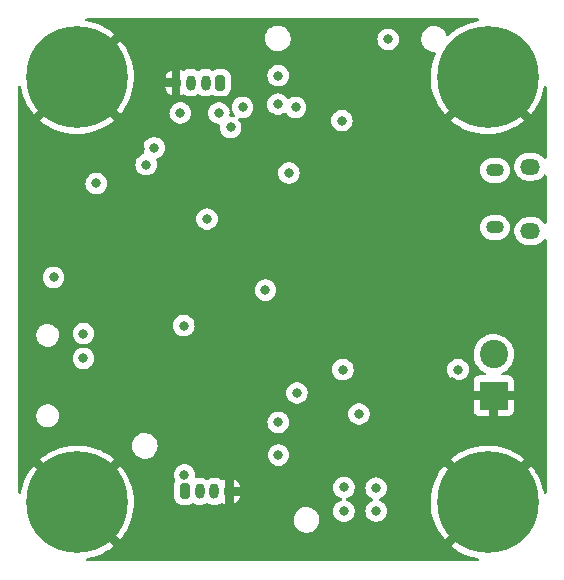
<source format=gbr>
%TF.GenerationSoftware,KiCad,Pcbnew,(6.0.6)*%
%TF.CreationDate,2023-01-10T19:01:40-05:00*%
%TF.ProjectId,STM32F4_REV1,53544d33-3246-4345-9f52-4556312e6b69,rev?*%
%TF.SameCoordinates,Original*%
%TF.FileFunction,Copper,L2,Inr*%
%TF.FilePolarity,Positive*%
%FSLAX46Y46*%
G04 Gerber Fmt 4.6, Leading zero omitted, Abs format (unit mm)*
G04 Created by KiCad (PCBNEW (6.0.6)) date 2023-01-10 19:01:40*
%MOMM*%
%LPD*%
G01*
G04 APERTURE LIST*
G04 Aperture macros list*
%AMRoundRect*
0 Rectangle with rounded corners*
0 $1 Rounding radius*
0 $2 $3 $4 $5 $6 $7 $8 $9 X,Y pos of 4 corners*
0 Add a 4 corners polygon primitive as box body*
4,1,4,$2,$3,$4,$5,$6,$7,$8,$9,$2,$3,0*
0 Add four circle primitives for the rounded corners*
1,1,$1+$1,$2,$3*
1,1,$1+$1,$4,$5*
1,1,$1+$1,$6,$7*
1,1,$1+$1,$8,$9*
0 Add four rect primitives between the rounded corners*
20,1,$1+$1,$2,$3,$4,$5,0*
20,1,$1+$1,$4,$5,$6,$7,0*
20,1,$1+$1,$6,$7,$8,$9,0*
20,1,$1+$1,$8,$9,$2,$3,0*%
G04 Aperture macros list end*
%TA.AperFunction,ComponentPad*%
%ADD10RoundRect,0.200000X-0.200000X-0.450000X0.200000X-0.450000X0.200000X0.450000X-0.200000X0.450000X0*%
%TD*%
%TA.AperFunction,ComponentPad*%
%ADD11O,0.800000X1.300000*%
%TD*%
%TA.AperFunction,ComponentPad*%
%ADD12RoundRect,0.200000X0.200000X0.450000X-0.200000X0.450000X-0.200000X-0.450000X0.200000X-0.450000X0*%
%TD*%
%TA.AperFunction,ComponentPad*%
%ADD13C,0.900000*%
%TD*%
%TA.AperFunction,ComponentPad*%
%ADD14C,8.600000*%
%TD*%
%TA.AperFunction,ComponentPad*%
%ADD15R,2.400000X2.400000*%
%TD*%
%TA.AperFunction,ComponentPad*%
%ADD16C,2.400000*%
%TD*%
%TA.AperFunction,ComponentPad*%
%ADD17O,1.700000X1.350000*%
%TD*%
%TA.AperFunction,ComponentPad*%
%ADD18O,1.500000X1.100000*%
%TD*%
%TA.AperFunction,ViaPad*%
%ADD19C,0.800000*%
%TD*%
G04 APERTURE END LIST*
D10*
%TO.N,+3V3*%
%TO.C,J3*%
X132125000Y-123300000D03*
D11*
%TO.N,USART3_TX*%
X133375000Y-123300000D03*
%TO.N,USART3_RX*%
X134625000Y-123300000D03*
%TO.N,GND*%
X135875000Y-123300000D03*
%TD*%
D12*
%TO.N,+3V3*%
%TO.C,J4*%
X135125000Y-88700000D03*
D11*
%TO.N,I2C1_SCL*%
X133875000Y-88700000D03*
%TO.N,I2C1_SDA*%
X132625000Y-88700000D03*
%TO.N,GND*%
X131375000Y-88700000D03*
%TD*%
D13*
%TO.N,GND*%
%TO.C,H3*%
X120719581Y-121969581D03*
X120719581Y-126530419D03*
X125280419Y-121969581D03*
X125280419Y-126530419D03*
D14*
X123000000Y-124250000D03*
D13*
X126225000Y-124250000D03*
X123000000Y-127475000D03*
X119775000Y-124250000D03*
X123000000Y-121025000D03*
%TD*%
%TO.N,GND*%
%TO.C,H4*%
X123000000Y-85025000D03*
X125280419Y-85969581D03*
X125280419Y-90530419D03*
X126225000Y-88250000D03*
X119775000Y-88250000D03*
X123000000Y-91475000D03*
X120719581Y-90530419D03*
X120719581Y-85969581D03*
D14*
X123000000Y-88250000D03*
%TD*%
D15*
%TO.N,GND*%
%TO.C,J1*%
X158280000Y-115200000D03*
D16*
%TO.N,+12V*%
X158280000Y-111700000D03*
%TD*%
D17*
%TO.N,unconnected-(J5-Pad6)*%
%TO.C,J5*%
X161375000Y-101275000D03*
X161375000Y-95815000D03*
D18*
X158375000Y-96125000D03*
X158375000Y-100965000D03*
%TD*%
D14*
%TO.N,GND*%
%TO.C,H1*%
X157750000Y-88250000D03*
D13*
X154525000Y-88250000D03*
X155469581Y-85969581D03*
X160975000Y-88250000D03*
X155469581Y-90530419D03*
X157750000Y-91475000D03*
X160030419Y-85969581D03*
X160030419Y-90530419D03*
X157750000Y-85025000D03*
%TD*%
%TO.N,GND*%
%TO.C,H2*%
X160975000Y-124250000D03*
X155469581Y-121969581D03*
D14*
X157750000Y-124250000D03*
D13*
X160030419Y-121969581D03*
X155469581Y-126530419D03*
X154525000Y-124250000D03*
X160030419Y-126530419D03*
X157750000Y-121025000D03*
X157750000Y-127475000D03*
%TD*%
D19*
%TO.N,GND*%
X143400000Y-95800000D03*
X143017341Y-91028381D03*
X144890000Y-111060000D03*
X157220000Y-97230000D03*
X147280000Y-86650000D03*
X123170000Y-96510000D03*
X143940000Y-116180000D03*
X130520000Y-109470000D03*
X157050000Y-104570000D03*
X153960000Y-96510000D03*
X155410000Y-96520000D03*
X142680000Y-85050000D03*
X130740000Y-96720000D03*
X135890000Y-121920000D03*
X140650000Y-109270000D03*
X154730000Y-114040000D03*
X124620000Y-95310000D03*
X146870000Y-114740000D03*
X122370000Y-105430000D03*
X124900000Y-115970000D03*
X148400000Y-108590000D03*
X156490000Y-96520000D03*
X124280000Y-102530000D03*
X128300000Y-94360000D03*
X143970000Y-121560000D03*
X147820000Y-120510000D03*
X120780000Y-103220000D03*
%TO.N,+3V3*%
X140930000Y-96340000D03*
X145420000Y-91910000D03*
X132030000Y-109280000D03*
X123530000Y-112040000D03*
X124620000Y-97240000D03*
X145590000Y-122980000D03*
X140040000Y-120230000D03*
X148320000Y-124970000D03*
X137010000Y-90790000D03*
X141500000Y-90800000D03*
X121000000Y-105200000D03*
X148310000Y-123030000D03*
X149330000Y-85030000D03*
X132080000Y-121920000D03*
X129520000Y-94220000D03*
X131730000Y-91270000D03*
X141610000Y-114970000D03*
X145590000Y-124980000D03*
X128840000Y-95640000D03*
X135000000Y-91270000D03*
X146860000Y-116750000D03*
X138940000Y-106270000D03*
X140030000Y-117460000D03*
X123530000Y-109960000D03*
%TO.N,Net-(J2-Pad6)*%
X140020000Y-88110000D03*
X140010000Y-90520000D03*
%TO.N,BUCK_FB*%
X155250000Y-113000000D03*
X145500000Y-113000000D03*
%TO.N,NRST*%
X136000000Y-92500000D03*
X134000000Y-100250000D03*
%TD*%
%TA.AperFunction,Conductor*%
%TO.N,GND*%
G36*
X156998272Y-83278502D02*
G01*
X157044765Y-83332158D01*
X157054869Y-83402432D01*
X157025375Y-83467012D01*
X156965649Y-83505396D01*
X156950838Y-83508790D01*
X156752128Y-83541864D01*
X156746631Y-83543032D01*
X156337547Y-83649209D01*
X156332181Y-83650861D01*
X155934153Y-83792983D01*
X155928965Y-83795100D01*
X155545133Y-83972050D01*
X155540164Y-83974614D01*
X155173581Y-84184984D01*
X155168848Y-84187987D01*
X154822420Y-84430109D01*
X154817979Y-84433517D01*
X154494443Y-84705477D01*
X154490325Y-84709263D01*
X154474544Y-84725127D01*
X154412321Y-84759315D01*
X154341492Y-84754435D01*
X154284545Y-84712037D01*
X154263949Y-84670471D01*
X154246805Y-84609685D01*
X154233746Y-84583202D01*
X154161205Y-84436104D01*
X154158650Y-84430923D01*
X154039393Y-84271219D01*
X153893030Y-84135922D01*
X153888147Y-84132841D01*
X153888143Y-84132838D01*
X153729346Y-84032645D01*
X153729341Y-84032643D01*
X153724462Y-84029564D01*
X153539334Y-83955705D01*
X153343847Y-83916820D01*
X153338072Y-83916744D01*
X153338068Y-83916744D01*
X153238588Y-83915442D01*
X153144547Y-83914211D01*
X153138850Y-83915190D01*
X153138849Y-83915190D01*
X153122805Y-83917947D01*
X152948108Y-83947966D01*
X152761111Y-84016953D01*
X152756149Y-84019905D01*
X152645184Y-84085922D01*
X152589816Y-84118862D01*
X152439961Y-84250281D01*
X152316565Y-84406809D01*
X152223760Y-84583202D01*
X152202174Y-84652721D01*
X152170591Y-84754435D01*
X152164654Y-84773554D01*
X152141227Y-84971489D01*
X152143096Y-85000000D01*
X152154263Y-85170380D01*
X152155684Y-85175976D01*
X152155685Y-85175981D01*
X152190627Y-85313564D01*
X152203326Y-85363564D01*
X152205743Y-85368807D01*
X152240345Y-85443865D01*
X152286772Y-85544573D01*
X152290105Y-85549289D01*
X152366471Y-85657344D01*
X152401807Y-85707344D01*
X152405949Y-85711379D01*
X152466272Y-85770143D01*
X152544578Y-85846425D01*
X152710304Y-85957160D01*
X152715607Y-85959438D01*
X152715610Y-85959440D01*
X152876476Y-86028553D01*
X152893435Y-86035839D01*
X152965516Y-86052149D01*
X153082201Y-86078553D01*
X153082207Y-86078554D01*
X153087838Y-86079828D01*
X153093609Y-86080055D01*
X153093611Y-86080055D01*
X153261180Y-86086639D01*
X153328463Y-86109300D01*
X153372813Y-86164740D01*
X153380150Y-86235356D01*
X153370934Y-86264693D01*
X153285629Y-86452312D01*
X153283538Y-86457511D01*
X153143498Y-86856290D01*
X153141877Y-86861659D01*
X153037840Y-87271303D01*
X153036706Y-87276776D01*
X152969496Y-87694054D01*
X152968851Y-87699632D01*
X152939002Y-88121204D01*
X152938855Y-88126825D01*
X152946600Y-88549410D01*
X152946950Y-88554976D01*
X152992231Y-88975208D01*
X152993078Y-88980746D01*
X153075535Y-89395286D01*
X153076864Y-89400698D01*
X153195852Y-89806289D01*
X153197658Y-89811564D01*
X153352219Y-90204948D01*
X153354501Y-90210072D01*
X153543416Y-90588150D01*
X153546140Y-90593043D01*
X153767917Y-90952833D01*
X153771068Y-90957469D01*
X154023955Y-91296127D01*
X154027488Y-91300444D01*
X154082371Y-91361719D01*
X154095866Y-91370082D01*
X154105277Y-91364393D01*
X157660905Y-87808765D01*
X157723217Y-87774739D01*
X157794032Y-87779804D01*
X157839095Y-87808765D01*
X161392094Y-91361764D01*
X161405855Y-91369278D01*
X161415215Y-91362820D01*
X161504244Y-91261303D01*
X161507744Y-91256935D01*
X161757073Y-90915645D01*
X161760168Y-90910987D01*
X161978160Y-90548903D01*
X161980841Y-90543964D01*
X162165779Y-90163946D01*
X162168014Y-90158780D01*
X162318442Y-89763815D01*
X162320201Y-89758496D01*
X162434920Y-89351730D01*
X162436204Y-89346259D01*
X162491670Y-89051301D01*
X162523917Y-88988050D01*
X162585241Y-88952274D01*
X162656172Y-88955332D01*
X162714189Y-88996252D01*
X162740874Y-89062043D01*
X162741500Y-89074587D01*
X162741500Y-95045955D01*
X162721498Y-95114076D01*
X162667842Y-95160569D01*
X162597568Y-95170673D01*
X162532988Y-95141179D01*
X162514060Y-95120557D01*
X162511573Y-95116376D01*
X162368158Y-94952842D01*
X162299690Y-94898866D01*
X162201876Y-94821755D01*
X162201874Y-94821753D01*
X162197342Y-94818181D01*
X162004846Y-94716905D01*
X161956406Y-94701864D01*
X161802639Y-94654117D01*
X161802636Y-94654116D01*
X161797118Y-94652403D01*
X161782833Y-94650712D01*
X161624197Y-94631936D01*
X161624190Y-94631936D01*
X161620510Y-94631500D01*
X161144824Y-94631500D01*
X160983400Y-94646333D01*
X160977838Y-94647902D01*
X160977836Y-94647902D01*
X160878728Y-94675853D01*
X160774055Y-94705374D01*
X160578974Y-94801577D01*
X160574348Y-94805031D01*
X160574347Y-94805032D01*
X160448688Y-94898866D01*
X160404691Y-94931720D01*
X160400777Y-94935954D01*
X160400775Y-94935956D01*
X160261976Y-95086109D01*
X160257044Y-95091444D01*
X160140976Y-95275401D01*
X160060376Y-95477428D01*
X160017941Y-95690761D01*
X160015094Y-95908254D01*
X160016073Y-95913951D01*
X160016073Y-95913952D01*
X160026517Y-95974729D01*
X160051930Y-96122625D01*
X160127214Y-96326693D01*
X160238427Y-96513624D01*
X160381842Y-96677158D01*
X160386373Y-96680730D01*
X160441918Y-96724518D01*
X160552658Y-96811819D01*
X160745154Y-96913095D01*
X160787342Y-96926195D01*
X160947361Y-96975883D01*
X160947364Y-96975884D01*
X160952882Y-96977597D01*
X160958619Y-96978276D01*
X161125803Y-96998064D01*
X161125810Y-96998064D01*
X161129490Y-96998500D01*
X161605176Y-96998500D01*
X161766600Y-96983667D01*
X161772162Y-96982098D01*
X161772164Y-96982098D01*
X161871272Y-96954147D01*
X161975945Y-96924626D01*
X162171026Y-96828423D01*
X162326667Y-96712201D01*
X162340685Y-96701733D01*
X162340686Y-96701732D01*
X162345309Y-96698280D01*
X162454220Y-96580461D01*
X162489037Y-96542796D01*
X162489039Y-96542793D01*
X162492956Y-96538556D01*
X162508938Y-96513226D01*
X162562205Y-96466287D01*
X162632392Y-96455598D01*
X162697216Y-96484552D01*
X162736096Y-96543957D01*
X162741500Y-96580461D01*
X162741500Y-100505955D01*
X162721498Y-100574076D01*
X162667842Y-100620569D01*
X162597568Y-100630673D01*
X162532988Y-100601179D01*
X162514060Y-100580557D01*
X162511573Y-100576376D01*
X162368158Y-100412842D01*
X162314105Y-100370230D01*
X162201876Y-100281755D01*
X162201874Y-100281753D01*
X162197342Y-100278181D01*
X162004846Y-100176905D01*
X161956406Y-100161864D01*
X161802639Y-100114117D01*
X161802636Y-100114116D01*
X161797118Y-100112403D01*
X161782833Y-100110712D01*
X161624197Y-100091936D01*
X161624190Y-100091936D01*
X161620510Y-100091500D01*
X161144824Y-100091500D01*
X160983400Y-100106333D01*
X160977838Y-100107902D01*
X160977836Y-100107902D01*
X160878728Y-100135853D01*
X160774055Y-100165374D01*
X160578974Y-100261577D01*
X160574348Y-100265031D01*
X160574347Y-100265032D01*
X160416904Y-100382600D01*
X160404691Y-100391720D01*
X160400777Y-100395954D01*
X160400775Y-100395956D01*
X160299094Y-100505955D01*
X160257044Y-100551444D01*
X160140976Y-100735401D01*
X160060376Y-100937428D01*
X160017941Y-101150761D01*
X160017865Y-101156536D01*
X160017865Y-101156540D01*
X160017686Y-101170213D01*
X160015094Y-101368254D01*
X160016073Y-101373951D01*
X160016073Y-101373952D01*
X160048819Y-101564518D01*
X160051930Y-101582625D01*
X160127214Y-101786693D01*
X160160481Y-101842609D01*
X160224463Y-101950152D01*
X160238427Y-101973624D01*
X160381842Y-102137158D01*
X160552658Y-102271819D01*
X160745154Y-102373095D01*
X160787342Y-102386195D01*
X160947361Y-102435883D01*
X160947364Y-102435884D01*
X160952882Y-102437597D01*
X160958619Y-102438276D01*
X161125803Y-102458064D01*
X161125810Y-102458064D01*
X161129490Y-102458500D01*
X161605176Y-102458500D01*
X161766600Y-102443667D01*
X161772162Y-102442098D01*
X161772164Y-102442098D01*
X161871273Y-102414146D01*
X161975945Y-102384626D01*
X162171026Y-102288423D01*
X162345309Y-102158280D01*
X162469898Y-102023500D01*
X162489037Y-102002796D01*
X162489039Y-102002793D01*
X162492956Y-101998556D01*
X162508938Y-101973226D01*
X162562205Y-101926287D01*
X162632392Y-101915598D01*
X162697216Y-101944552D01*
X162736096Y-102003957D01*
X162741500Y-102040461D01*
X162741500Y-123409527D01*
X162721498Y-123477648D01*
X162667842Y-123524141D01*
X162597568Y-123534245D01*
X162532988Y-123504751D01*
X162494604Y-123445025D01*
X162490621Y-123426300D01*
X162487155Y-123400498D01*
X162486162Y-123394976D01*
X162392883Y-122982748D01*
X162391410Y-122977361D01*
X162261847Y-122575025D01*
X162259910Y-122569815D01*
X162095098Y-122180599D01*
X162092683Y-122175536D01*
X161893936Y-121802535D01*
X161891085Y-121797713D01*
X161659974Y-121443865D01*
X161656692Y-121439297D01*
X161418554Y-121137220D01*
X161406629Y-121128749D01*
X161395095Y-121135235D01*
X154635209Y-127895121D01*
X154627595Y-127909065D01*
X154627644Y-127909755D01*
X154631209Y-127915100D01*
X154959802Y-128171363D01*
X154964359Y-128174602D01*
X155319448Y-128403880D01*
X155324250Y-128406686D01*
X155698316Y-128603491D01*
X155703374Y-128605871D01*
X156093435Y-128768638D01*
X156098690Y-128770561D01*
X156501676Y-128898008D01*
X156507075Y-128899455D01*
X156919799Y-128990576D01*
X156924390Y-128991377D01*
X156988057Y-129022794D01*
X157024631Y-129083645D01*
X157022501Y-129154610D01*
X156982342Y-129213157D01*
X156916905Y-129240699D01*
X156902724Y-129241500D01*
X123833941Y-129241500D01*
X123765820Y-129221498D01*
X123719327Y-129167842D01*
X123709223Y-129097568D01*
X123738717Y-129032988D01*
X123798443Y-128994604D01*
X123816514Y-128990711D01*
X123874305Y-128982640D01*
X123879792Y-128981623D01*
X124291543Y-128886185D01*
X124296929Y-128884681D01*
X124698567Y-128753018D01*
X124703784Y-128751046D01*
X125092126Y-128584202D01*
X125097169Y-128581764D01*
X125469131Y-128381063D01*
X125473935Y-128378188D01*
X125826563Y-128145231D01*
X125831126Y-128141916D01*
X126112173Y-127917961D01*
X126120643Y-127905904D01*
X126114216Y-127894546D01*
X122470802Y-124251132D01*
X123535528Y-124251132D01*
X123535659Y-124252965D01*
X123539910Y-124259580D01*
X126642094Y-127361764D01*
X126655855Y-127369278D01*
X126665215Y-127362820D01*
X126754244Y-127261303D01*
X126757744Y-127256935D01*
X127007073Y-126915645D01*
X127010168Y-126910987D01*
X127228160Y-126548903D01*
X127230841Y-126543964D01*
X127415779Y-126163946D01*
X127418014Y-126158780D01*
X127568442Y-125763815D01*
X127570201Y-125758496D01*
X127589099Y-125691489D01*
X141331227Y-125691489D01*
X141333096Y-125720000D01*
X141344263Y-125890380D01*
X141393326Y-126083564D01*
X141395743Y-126088807D01*
X141472388Y-126255063D01*
X141476772Y-126264573D01*
X141591807Y-126427344D01*
X141734578Y-126566425D01*
X141900304Y-126677160D01*
X141905607Y-126679438D01*
X141905610Y-126679440D01*
X142078128Y-126753559D01*
X142083435Y-126755839D01*
X142155516Y-126772149D01*
X142272201Y-126798553D01*
X142272207Y-126798554D01*
X142277838Y-126799828D01*
X142283609Y-126800055D01*
X142283611Y-126800055D01*
X142344556Y-126802449D01*
X142477001Y-126807653D01*
X142576959Y-126793160D01*
X142668535Y-126779883D01*
X142668540Y-126779882D01*
X142674256Y-126779053D01*
X142679728Y-126777195D01*
X142679730Y-126777195D01*
X142857532Y-126716839D01*
X142857534Y-126716838D01*
X142862996Y-126714984D01*
X143036899Y-126617594D01*
X143190143Y-126490143D01*
X143317594Y-126336899D01*
X143414984Y-126162996D01*
X143430709Y-126116674D01*
X143477195Y-125979730D01*
X143477195Y-125979728D01*
X143479053Y-125974256D01*
X143479882Y-125968540D01*
X143479883Y-125968535D01*
X143502642Y-125811564D01*
X143507653Y-125777001D01*
X143509146Y-125720000D01*
X143490908Y-125521519D01*
X143486798Y-125506944D01*
X143438373Y-125335244D01*
X143438372Y-125335242D01*
X143436805Y-125329685D01*
X143423746Y-125303202D01*
X143351205Y-125156104D01*
X143348650Y-125150923D01*
X143229393Y-124991219D01*
X143217256Y-124980000D01*
X144676496Y-124980000D01*
X144677186Y-124986565D01*
X144694461Y-125150923D01*
X144696458Y-125169928D01*
X144755473Y-125351556D01*
X144850960Y-125516944D01*
X144855378Y-125521851D01*
X144855379Y-125521852D01*
X144974131Y-125653739D01*
X144978747Y-125658866D01*
X145077843Y-125730864D01*
X145114143Y-125757237D01*
X145133248Y-125771118D01*
X145139276Y-125773802D01*
X145139278Y-125773803D01*
X145288333Y-125840166D01*
X145307712Y-125848794D01*
X145401113Y-125868647D01*
X145488056Y-125887128D01*
X145488061Y-125887128D01*
X145494513Y-125888500D01*
X145685487Y-125888500D01*
X145691939Y-125887128D01*
X145691944Y-125887128D01*
X145778887Y-125868647D01*
X145872288Y-125848794D01*
X145891667Y-125840166D01*
X146040722Y-125773803D01*
X146040724Y-125773802D01*
X146046752Y-125771118D01*
X146065858Y-125757237D01*
X146102157Y-125730864D01*
X146201253Y-125658866D01*
X146205869Y-125653739D01*
X146324621Y-125521852D01*
X146324622Y-125521851D01*
X146329040Y-125516944D01*
X146424527Y-125351556D01*
X146483542Y-125169928D01*
X146485540Y-125150923D01*
X146502814Y-124986565D01*
X146503504Y-124980000D01*
X146497760Y-124925346D01*
X146484232Y-124796635D01*
X146484232Y-124796633D01*
X146483542Y-124790072D01*
X146424527Y-124608444D01*
X146418754Y-124598444D01*
X146361723Y-124499665D01*
X146329040Y-124443056D01*
X146307195Y-124418794D01*
X146205675Y-124306045D01*
X146205674Y-124306044D01*
X146201253Y-124301134D01*
X146046752Y-124188882D01*
X146040724Y-124186198D01*
X146040722Y-124186197D01*
X145878319Y-124113891D01*
X145878318Y-124113891D01*
X145872288Y-124111206D01*
X145834844Y-124103247D01*
X145772371Y-124069518D01*
X145738049Y-124007369D01*
X145742777Y-123936530D01*
X145785053Y-123879492D01*
X145834844Y-123856753D01*
X145872288Y-123848794D01*
X145878319Y-123846109D01*
X146040722Y-123773803D01*
X146040724Y-123773802D01*
X146046752Y-123771118D01*
X146081184Y-123746102D01*
X146124718Y-123714472D01*
X146201253Y-123658866D01*
X146256408Y-123597610D01*
X146324621Y-123521852D01*
X146324622Y-123521851D01*
X146329040Y-123516944D01*
X146424527Y-123351556D01*
X146483542Y-123169928D01*
X146498249Y-123030000D01*
X147396496Y-123030000D01*
X147416458Y-123219928D01*
X147475473Y-123401556D01*
X147478776Y-123407278D01*
X147478777Y-123407279D01*
X147489759Y-123426300D01*
X147570960Y-123566944D01*
X147575378Y-123571851D01*
X147575379Y-123571852D01*
X147684475Y-123693015D01*
X147698747Y-123708866D01*
X147784429Y-123771118D01*
X147837259Y-123809501D01*
X147853248Y-123821118D01*
X147859274Y-123823801D01*
X147859281Y-123823805D01*
X148001489Y-123887119D01*
X148055585Y-123933099D01*
X148076235Y-124001026D01*
X148056883Y-124069334D01*
X148001490Y-124117333D01*
X147869278Y-124176197D01*
X147869276Y-124176198D01*
X147863248Y-124178882D01*
X147857907Y-124182762D01*
X147857906Y-124182763D01*
X147824478Y-124207050D01*
X147708747Y-124291134D01*
X147704326Y-124296044D01*
X147704325Y-124296045D01*
X147593802Y-124418794D01*
X147580960Y-124433056D01*
X147485473Y-124598444D01*
X147426458Y-124780072D01*
X147425768Y-124786633D01*
X147425768Y-124786635D01*
X147411189Y-124925346D01*
X147406496Y-124970000D01*
X147407186Y-124976565D01*
X147425512Y-125150923D01*
X147426458Y-125159928D01*
X147485473Y-125341556D01*
X147488776Y-125347278D01*
X147488777Y-125347279D01*
X147491347Y-125351730D01*
X147580960Y-125506944D01*
X147708747Y-125648866D01*
X147863248Y-125761118D01*
X147869276Y-125763802D01*
X147869278Y-125763803D01*
X147922503Y-125787500D01*
X148037712Y-125838794D01*
X148131113Y-125858647D01*
X148218056Y-125877128D01*
X148218061Y-125877128D01*
X148224513Y-125878500D01*
X148415487Y-125878500D01*
X148421939Y-125877128D01*
X148421944Y-125877128D01*
X148508887Y-125858647D01*
X148602288Y-125838794D01*
X148717497Y-125787500D01*
X148770722Y-125763803D01*
X148770724Y-125763802D01*
X148776752Y-125761118D01*
X148931253Y-125648866D01*
X149059040Y-125506944D01*
X149148653Y-125351730D01*
X149151223Y-125347279D01*
X149151224Y-125347278D01*
X149154527Y-125341556D01*
X149213542Y-125159928D01*
X149214489Y-125150923D01*
X149232814Y-124976565D01*
X149233504Y-124970000D01*
X149228811Y-124925346D01*
X149214232Y-124786635D01*
X149214232Y-124786633D01*
X149213542Y-124780072D01*
X149154527Y-124598444D01*
X149059040Y-124433056D01*
X149046199Y-124418794D01*
X148935675Y-124296045D01*
X148935674Y-124296044D01*
X148931253Y-124291134D01*
X148815522Y-124207050D01*
X148782094Y-124182763D01*
X148782093Y-124182762D01*
X148776752Y-124178882D01*
X148770726Y-124176199D01*
X148770719Y-124176195D01*
X148659830Y-124126825D01*
X152938855Y-124126825D01*
X152946600Y-124549410D01*
X152946950Y-124554976D01*
X152992231Y-124975208D01*
X152993078Y-124980746D01*
X153075535Y-125395286D01*
X153076864Y-125400698D01*
X153195852Y-125806289D01*
X153197658Y-125811564D01*
X153352219Y-126204948D01*
X153354501Y-126210072D01*
X153543416Y-126588150D01*
X153546140Y-126593043D01*
X153767917Y-126952833D01*
X153771068Y-126957469D01*
X154023955Y-127296127D01*
X154027488Y-127300444D01*
X154082371Y-127361719D01*
X154095866Y-127370082D01*
X154105277Y-127364393D01*
X157206858Y-124262812D01*
X157214472Y-124248868D01*
X157214341Y-124247035D01*
X157210090Y-124240420D01*
X154107863Y-121138193D01*
X154094555Y-121130926D01*
X154084516Y-121138048D01*
X153918223Y-121337994D01*
X153914828Y-121342467D01*
X153674528Y-121690152D01*
X153671549Y-121694902D01*
X153463106Y-122062575D01*
X153460562Y-122067568D01*
X153285629Y-122452312D01*
X153283538Y-122457511D01*
X153143498Y-122856290D01*
X153141877Y-122861659D01*
X153037840Y-123271303D01*
X153036706Y-123276776D01*
X152969496Y-123694054D01*
X152968851Y-123699632D01*
X152939002Y-124121204D01*
X152938855Y-124126825D01*
X148659830Y-124126825D01*
X148628511Y-124112881D01*
X148574415Y-124066901D01*
X148553765Y-123998974D01*
X148573117Y-123930666D01*
X148628510Y-123882667D01*
X148760722Y-123823803D01*
X148760724Y-123823802D01*
X148766752Y-123821118D01*
X148782742Y-123809501D01*
X148835571Y-123771118D01*
X148921253Y-123708866D01*
X148935525Y-123693015D01*
X149044621Y-123571852D01*
X149044622Y-123571851D01*
X149049040Y-123566944D01*
X149130241Y-123426300D01*
X149141223Y-123407279D01*
X149141224Y-123407278D01*
X149144527Y-123401556D01*
X149203542Y-123219928D01*
X149223504Y-123030000D01*
X149218249Y-122980000D01*
X149204232Y-122846635D01*
X149204232Y-122846633D01*
X149203542Y-122840072D01*
X149144527Y-122658444D01*
X149049040Y-122493056D01*
X149009169Y-122448774D01*
X148925675Y-122356045D01*
X148925674Y-122356044D01*
X148921253Y-122351134D01*
X148766752Y-122238882D01*
X148760724Y-122236198D01*
X148760722Y-122236197D01*
X148598319Y-122163891D01*
X148598318Y-122163891D01*
X148592288Y-122161206D01*
X148498888Y-122141353D01*
X148411944Y-122122872D01*
X148411939Y-122122872D01*
X148405487Y-122121500D01*
X148214513Y-122121500D01*
X148208061Y-122122872D01*
X148208056Y-122122872D01*
X148121112Y-122141353D01*
X148027712Y-122161206D01*
X148021682Y-122163891D01*
X148021681Y-122163891D01*
X147859278Y-122236197D01*
X147859276Y-122236198D01*
X147853248Y-122238882D01*
X147698747Y-122351134D01*
X147694326Y-122356044D01*
X147694325Y-122356045D01*
X147610832Y-122448774D01*
X147570960Y-122493056D01*
X147475473Y-122658444D01*
X147416458Y-122840072D01*
X147415768Y-122846633D01*
X147415768Y-122846635D01*
X147401751Y-122980000D01*
X147396496Y-123030000D01*
X146498249Y-123030000D01*
X146503504Y-122980000D01*
X146490250Y-122853898D01*
X146484232Y-122796635D01*
X146484232Y-122796633D01*
X146483542Y-122790072D01*
X146424527Y-122608444D01*
X146405233Y-122575025D01*
X146387314Y-122543990D01*
X146329040Y-122443056D01*
X146246308Y-122351172D01*
X146205675Y-122306045D01*
X146205674Y-122306044D01*
X146201253Y-122301134D01*
X146046752Y-122188882D01*
X146040724Y-122186198D01*
X146040722Y-122186197D01*
X145878319Y-122113891D01*
X145878318Y-122113891D01*
X145872288Y-122111206D01*
X145778888Y-122091353D01*
X145691944Y-122072872D01*
X145691939Y-122072872D01*
X145685487Y-122071500D01*
X145494513Y-122071500D01*
X145488061Y-122072872D01*
X145488056Y-122072872D01*
X145401112Y-122091353D01*
X145307712Y-122111206D01*
X145301682Y-122113891D01*
X145301681Y-122113891D01*
X145139278Y-122186197D01*
X145139276Y-122186198D01*
X145133248Y-122188882D01*
X144978747Y-122301134D01*
X144974326Y-122306044D01*
X144974325Y-122306045D01*
X144933693Y-122351172D01*
X144850960Y-122443056D01*
X144792686Y-122543990D01*
X144774768Y-122575025D01*
X144755473Y-122608444D01*
X144696458Y-122790072D01*
X144695768Y-122796633D01*
X144695768Y-122796635D01*
X144689750Y-122853898D01*
X144676496Y-122980000D01*
X144696458Y-123169928D01*
X144755473Y-123351556D01*
X144850960Y-123516944D01*
X144855378Y-123521851D01*
X144855379Y-123521852D01*
X144923592Y-123597610D01*
X144978747Y-123658866D01*
X145055282Y-123714472D01*
X145098817Y-123746102D01*
X145133248Y-123771118D01*
X145139276Y-123773802D01*
X145139278Y-123773803D01*
X145301681Y-123846109D01*
X145307712Y-123848794D01*
X145345156Y-123856753D01*
X145407629Y-123890482D01*
X145441951Y-123952631D01*
X145437223Y-124023470D01*
X145394947Y-124080508D01*
X145345156Y-124103247D01*
X145307712Y-124111206D01*
X145301682Y-124113891D01*
X145301681Y-124113891D01*
X145139278Y-124186197D01*
X145139276Y-124186198D01*
X145133248Y-124188882D01*
X144978747Y-124301134D01*
X144974326Y-124306044D01*
X144974325Y-124306045D01*
X144872806Y-124418794D01*
X144850960Y-124443056D01*
X144818277Y-124499665D01*
X144761247Y-124598444D01*
X144755473Y-124608444D01*
X144696458Y-124790072D01*
X144695768Y-124796633D01*
X144695768Y-124796635D01*
X144682240Y-124925346D01*
X144676496Y-124980000D01*
X143217256Y-124980000D01*
X143083030Y-124855922D01*
X143078147Y-124852841D01*
X143078143Y-124852838D01*
X142919346Y-124752645D01*
X142919341Y-124752643D01*
X142914462Y-124749564D01*
X142729334Y-124675705D01*
X142533847Y-124636820D01*
X142528072Y-124636744D01*
X142528068Y-124636744D01*
X142428588Y-124635442D01*
X142334547Y-124634211D01*
X142328850Y-124635190D01*
X142328849Y-124635190D01*
X142169685Y-124662540D01*
X142138108Y-124667966D01*
X141951111Y-124736953D01*
X141779816Y-124838862D01*
X141629961Y-124970281D01*
X141506565Y-125126809D01*
X141413760Y-125303202D01*
X141354654Y-125493554D01*
X141331227Y-125691489D01*
X127589099Y-125691489D01*
X127684920Y-125351730D01*
X127686204Y-125346259D01*
X127764315Y-124930883D01*
X127765102Y-124925346D01*
X127806035Y-124504102D01*
X127806308Y-124499665D01*
X127812788Y-124252233D01*
X127812746Y-124247762D01*
X127793917Y-123824973D01*
X127793419Y-123819386D01*
X127737155Y-123400499D01*
X127736162Y-123394976D01*
X127642883Y-122982748D01*
X127641410Y-122977361D01*
X127511847Y-122575025D01*
X127509910Y-122569815D01*
X127345098Y-122180599D01*
X127342683Y-122175536D01*
X127206525Y-121920000D01*
X131166496Y-121920000D01*
X131186458Y-122109928D01*
X131245473Y-122291556D01*
X131248776Y-122297278D01*
X131248777Y-122297279D01*
X131300647Y-122387120D01*
X131317385Y-122456115D01*
X131299304Y-122515390D01*
X131274528Y-122556301D01*
X131223247Y-122719938D01*
X131216500Y-122793365D01*
X131216501Y-123806634D01*
X131216764Y-123809492D01*
X131216764Y-123809501D01*
X131218186Y-123824973D01*
X131223247Y-123880062D01*
X131225246Y-123886440D01*
X131225246Y-123886441D01*
X131268189Y-124023470D01*
X131274528Y-124043699D01*
X131363361Y-124190381D01*
X131484619Y-124311639D01*
X131631301Y-124400472D01*
X131638548Y-124402743D01*
X131638550Y-124402744D01*
X131681198Y-124416109D01*
X131794938Y-124451753D01*
X131868365Y-124458500D01*
X131871263Y-124458500D01*
X132125665Y-124458499D01*
X132381634Y-124458499D01*
X132384492Y-124458236D01*
X132384501Y-124458236D01*
X132420004Y-124454974D01*
X132455062Y-124451753D01*
X132496478Y-124438774D01*
X132611450Y-124402744D01*
X132611452Y-124402743D01*
X132618699Y-124400472D01*
X132755018Y-124317915D01*
X132823648Y-124299736D01*
X132894350Y-124323755D01*
X132912308Y-124336802D01*
X132918248Y-124341118D01*
X132924276Y-124343802D01*
X132924278Y-124343803D01*
X133056663Y-124402744D01*
X133092712Y-124418794D01*
X133183765Y-124438148D01*
X133273056Y-124457128D01*
X133273061Y-124457128D01*
X133279513Y-124458500D01*
X133470487Y-124458500D01*
X133476939Y-124457128D01*
X133476944Y-124457128D01*
X133566235Y-124438148D01*
X133657288Y-124418794D01*
X133693337Y-124402744D01*
X133825722Y-124343803D01*
X133825724Y-124343802D01*
X133831752Y-124341118D01*
X133837693Y-124336802D01*
X133925939Y-124272687D01*
X133992807Y-124248828D01*
X134061958Y-124264909D01*
X134074061Y-124272687D01*
X134162308Y-124336802D01*
X134168248Y-124341118D01*
X134174276Y-124343802D01*
X134174278Y-124343803D01*
X134306663Y-124402744D01*
X134342712Y-124418794D01*
X134433765Y-124438148D01*
X134523056Y-124457128D01*
X134523061Y-124457128D01*
X134529513Y-124458500D01*
X134720487Y-124458500D01*
X134726939Y-124457128D01*
X134726944Y-124457128D01*
X134816235Y-124438148D01*
X134907288Y-124418794D01*
X134943337Y-124402744D01*
X135075722Y-124343803D01*
X135075724Y-124343802D01*
X135081752Y-124341118D01*
X135176366Y-124272377D01*
X135243230Y-124248520D01*
X135312382Y-124264600D01*
X135324485Y-124272378D01*
X135413157Y-124336802D01*
X135424529Y-124343368D01*
X135483450Y-124369601D01*
X135497427Y-124371475D01*
X135500000Y-124367387D01*
X135500000Y-124358855D01*
X136250000Y-124358855D01*
X136253973Y-124372386D01*
X136258753Y-124373073D01*
X136325471Y-124343368D01*
X136336843Y-124336802D01*
X136480574Y-124232376D01*
X136490337Y-124223585D01*
X136609214Y-124091558D01*
X136616938Y-124080927D01*
X136705765Y-123927074D01*
X136711111Y-123915066D01*
X136766011Y-123746102D01*
X136768741Y-123733261D01*
X136772971Y-123693015D01*
X136770291Y-123678364D01*
X136757971Y-123675000D01*
X136268115Y-123675000D01*
X136252876Y-123679475D01*
X136251671Y-123680865D01*
X136250000Y-123688548D01*
X136250000Y-124358855D01*
X135500000Y-124358855D01*
X135500000Y-123816950D01*
X135506167Y-123778014D01*
X135516502Y-123746206D01*
X135518542Y-123739928D01*
X135521218Y-123714472D01*
X135533156Y-123600880D01*
X135533500Y-123597610D01*
X135533500Y-123002390D01*
X135523462Y-122906885D01*
X136250000Y-122906885D01*
X136254475Y-122922124D01*
X136255865Y-122923329D01*
X136263548Y-122925000D01*
X136756749Y-122925000D01*
X136771041Y-122920803D01*
X136773099Y-122908202D01*
X136768741Y-122866739D01*
X136766011Y-122853898D01*
X136711111Y-122684934D01*
X136705765Y-122672926D01*
X136616938Y-122519073D01*
X136609214Y-122508442D01*
X136490337Y-122376415D01*
X136480574Y-122367624D01*
X136336843Y-122263198D01*
X136325471Y-122256632D01*
X136266550Y-122230399D01*
X136252573Y-122228525D01*
X136250000Y-122232613D01*
X136250000Y-122906885D01*
X135523462Y-122906885D01*
X135518542Y-122860072D01*
X135506167Y-122821986D01*
X135500000Y-122783050D01*
X135500000Y-122241145D01*
X135496027Y-122227614D01*
X135491247Y-122226927D01*
X135424529Y-122256632D01*
X135413157Y-122263198D01*
X135324485Y-122327622D01*
X135257617Y-122351481D01*
X135188466Y-122335400D01*
X135176380Y-122327634D01*
X135081752Y-122258882D01*
X135075724Y-122256198D01*
X135075722Y-122256197D01*
X134913319Y-122183891D01*
X134913318Y-122183891D01*
X134907288Y-122181206D01*
X134806741Y-122159834D01*
X134726944Y-122142872D01*
X134726939Y-122142872D01*
X134720487Y-122141500D01*
X134529513Y-122141500D01*
X134523061Y-122142872D01*
X134523056Y-122142872D01*
X134443259Y-122159834D01*
X134342712Y-122181206D01*
X134336682Y-122183891D01*
X134336681Y-122183891D01*
X134174278Y-122256197D01*
X134174276Y-122256198D01*
X134168248Y-122258882D01*
X134162907Y-122262762D01*
X134162906Y-122262763D01*
X134074061Y-122327313D01*
X134007193Y-122351172D01*
X133938042Y-122335091D01*
X133925939Y-122327313D01*
X133837094Y-122262763D01*
X133837093Y-122262762D01*
X133831752Y-122258882D01*
X133825724Y-122256198D01*
X133825722Y-122256197D01*
X133663319Y-122183891D01*
X133663318Y-122183891D01*
X133657288Y-122181206D01*
X133556741Y-122159834D01*
X133476944Y-122142872D01*
X133476939Y-122142872D01*
X133470487Y-122141500D01*
X133279513Y-122141500D01*
X133273061Y-122142872D01*
X133273056Y-122142872D01*
X133132791Y-122172687D01*
X133062000Y-122167285D01*
X133005368Y-122124468D01*
X132980874Y-122057831D01*
X132981284Y-122036270D01*
X132992814Y-121926565D01*
X132993504Y-121920000D01*
X132973542Y-121730072D01*
X132914527Y-121548444D01*
X132819040Y-121383056D01*
X132691253Y-121241134D01*
X132549990Y-121138500D01*
X132542094Y-121132763D01*
X132542093Y-121132762D01*
X132536752Y-121128882D01*
X132530724Y-121126198D01*
X132530722Y-121126197D01*
X132368319Y-121053891D01*
X132368318Y-121053891D01*
X132362288Y-121051206D01*
X132268888Y-121031353D01*
X132181944Y-121012872D01*
X132181939Y-121012872D01*
X132175487Y-121011500D01*
X131984513Y-121011500D01*
X131978061Y-121012872D01*
X131978056Y-121012872D01*
X131891112Y-121031353D01*
X131797712Y-121051206D01*
X131791682Y-121053891D01*
X131791681Y-121053891D01*
X131629278Y-121126197D01*
X131629276Y-121126198D01*
X131623248Y-121128882D01*
X131617907Y-121132762D01*
X131617906Y-121132763D01*
X131610010Y-121138500D01*
X131468747Y-121241134D01*
X131340960Y-121383056D01*
X131245473Y-121548444D01*
X131186458Y-121730072D01*
X131166496Y-121920000D01*
X127206525Y-121920000D01*
X127143936Y-121802535D01*
X127141085Y-121797713D01*
X126909974Y-121443865D01*
X126906692Y-121439297D01*
X126668554Y-121137220D01*
X126656629Y-121128749D01*
X126645095Y-121135235D01*
X123543142Y-124237188D01*
X123535528Y-124251132D01*
X122470802Y-124251132D01*
X119357863Y-121138193D01*
X119344555Y-121130926D01*
X119334516Y-121138048D01*
X119168223Y-121337994D01*
X119164828Y-121342467D01*
X118924528Y-121690152D01*
X118921549Y-121694902D01*
X118713106Y-122062575D01*
X118710562Y-122067568D01*
X118535629Y-122452312D01*
X118533538Y-122457511D01*
X118393498Y-122856290D01*
X118391877Y-122861659D01*
X118287840Y-123271303D01*
X118286707Y-123276773D01*
X118264435Y-123415048D01*
X118233854Y-123479121D01*
X118173488Y-123516490D01*
X118102502Y-123515290D01*
X118043433Y-123475902D01*
X118015035Y-123410833D01*
X118014038Y-123395031D01*
X118014033Y-123357279D01*
X118013598Y-120596306D01*
X119881001Y-120596306D01*
X119887108Y-120606778D01*
X122987188Y-123706858D01*
X123001132Y-123714472D01*
X123002965Y-123714341D01*
X123009580Y-123710090D01*
X126112036Y-120607634D01*
X126119599Y-120593784D01*
X126113272Y-120584562D01*
X126030922Y-120511577D01*
X126026560Y-120508045D01*
X125686600Y-120256948D01*
X125681947Y-120253821D01*
X125320995Y-120033926D01*
X125316094Y-120031232D01*
X124937027Y-119844297D01*
X124931904Y-119842048D01*
X124537707Y-119689545D01*
X124532417Y-119687765D01*
X124126218Y-119570904D01*
X124120794Y-119569602D01*
X123705822Y-119489316D01*
X123700293Y-119488500D01*
X123279828Y-119445420D01*
X123274247Y-119445098D01*
X122851635Y-119439566D01*
X122846024Y-119439742D01*
X122424593Y-119471800D01*
X122419036Y-119472472D01*
X122002128Y-119541864D01*
X121996631Y-119543032D01*
X121587547Y-119649209D01*
X121582181Y-119650861D01*
X121184153Y-119792983D01*
X121178965Y-119795100D01*
X120795133Y-119972050D01*
X120790164Y-119974614D01*
X120423581Y-120184984D01*
X120418848Y-120187987D01*
X120072420Y-120430109D01*
X120067979Y-120433517D01*
X119889445Y-120583589D01*
X119881001Y-120596306D01*
X118013598Y-120596306D01*
X118013414Y-119431489D01*
X127631227Y-119431489D01*
X127631605Y-119437255D01*
X127633096Y-119459999D01*
X127633096Y-119460000D01*
X127640280Y-119569602D01*
X127644263Y-119630380D01*
X127645684Y-119635976D01*
X127645685Y-119635981D01*
X127661633Y-119698774D01*
X127693326Y-119823564D01*
X127695743Y-119828807D01*
X127732265Y-119908029D01*
X127776772Y-120004573D01*
X127891807Y-120167344D01*
X127895949Y-120171379D01*
X127980578Y-120253821D01*
X128034578Y-120306425D01*
X128200304Y-120417160D01*
X128205607Y-120419438D01*
X128205610Y-120419440D01*
X128378128Y-120493559D01*
X128383435Y-120495839D01*
X128437378Y-120508045D01*
X128572201Y-120538553D01*
X128572207Y-120538554D01*
X128577838Y-120539828D01*
X128583609Y-120540055D01*
X128583611Y-120540055D01*
X128644556Y-120542449D01*
X128777001Y-120547653D01*
X128876959Y-120533160D01*
X128968535Y-120519883D01*
X128968540Y-120519882D01*
X128974256Y-120519053D01*
X128979728Y-120517195D01*
X128979730Y-120517195D01*
X129157532Y-120456839D01*
X129157534Y-120456838D01*
X129162996Y-120454984D01*
X129336899Y-120357594D01*
X129490143Y-120230143D01*
X129490262Y-120230000D01*
X139126496Y-120230000D01*
X139127186Y-120236565D01*
X139139907Y-120357594D01*
X139146458Y-120419928D01*
X139205473Y-120601556D01*
X139300960Y-120766944D01*
X139428747Y-120908866D01*
X139583248Y-121021118D01*
X139589276Y-121023802D01*
X139589278Y-121023803D01*
X139751681Y-121096109D01*
X139757712Y-121098794D01*
X139851112Y-121118647D01*
X139938056Y-121137128D01*
X139938061Y-121137128D01*
X139944513Y-121138500D01*
X140135487Y-121138500D01*
X140141939Y-121137128D01*
X140141944Y-121137128D01*
X140228888Y-121118647D01*
X140322288Y-121098794D01*
X140328319Y-121096109D01*
X140490722Y-121023803D01*
X140490724Y-121023802D01*
X140496752Y-121021118D01*
X140651253Y-120908866D01*
X140779040Y-120766944D01*
X140874527Y-120601556D01*
X140876233Y-120596306D01*
X154631001Y-120596306D01*
X154637108Y-120606778D01*
X157737188Y-123706858D01*
X157751132Y-123714472D01*
X157752965Y-123714341D01*
X157759580Y-123710090D01*
X160862036Y-120607634D01*
X160869599Y-120593784D01*
X160863272Y-120584562D01*
X160780922Y-120511577D01*
X160776560Y-120508045D01*
X160436600Y-120256948D01*
X160431947Y-120253821D01*
X160070995Y-120033926D01*
X160066094Y-120031232D01*
X159687027Y-119844297D01*
X159681904Y-119842048D01*
X159287707Y-119689545D01*
X159282417Y-119687765D01*
X158876218Y-119570904D01*
X158870794Y-119569602D01*
X158455822Y-119489316D01*
X158450293Y-119488500D01*
X158029828Y-119445420D01*
X158024247Y-119445098D01*
X157601635Y-119439566D01*
X157596024Y-119439742D01*
X157174593Y-119471800D01*
X157169036Y-119472472D01*
X156752128Y-119541864D01*
X156746631Y-119543032D01*
X156337547Y-119649209D01*
X156332181Y-119650861D01*
X155934153Y-119792983D01*
X155928965Y-119795100D01*
X155545133Y-119972050D01*
X155540164Y-119974614D01*
X155173581Y-120184984D01*
X155168848Y-120187987D01*
X154822420Y-120430109D01*
X154817979Y-120433517D01*
X154639445Y-120583589D01*
X154631001Y-120596306D01*
X140876233Y-120596306D01*
X140933542Y-120419928D01*
X140940094Y-120357594D01*
X140952814Y-120236565D01*
X140953504Y-120230000D01*
X140933542Y-120040072D01*
X140874527Y-119858444D01*
X140779040Y-119693056D01*
X140741048Y-119650861D01*
X140655675Y-119556045D01*
X140655674Y-119556044D01*
X140651253Y-119551134D01*
X140552157Y-119479136D01*
X140502094Y-119442763D01*
X140502093Y-119442762D01*
X140496752Y-119438882D01*
X140490724Y-119436198D01*
X140490722Y-119436197D01*
X140328319Y-119363891D01*
X140328318Y-119363891D01*
X140322288Y-119361206D01*
X140228887Y-119341353D01*
X140141944Y-119322872D01*
X140141939Y-119322872D01*
X140135487Y-119321500D01*
X139944513Y-119321500D01*
X139938061Y-119322872D01*
X139938056Y-119322872D01*
X139851113Y-119341353D01*
X139757712Y-119361206D01*
X139751682Y-119363891D01*
X139751681Y-119363891D01*
X139589278Y-119436197D01*
X139589276Y-119436198D01*
X139583248Y-119438882D01*
X139577907Y-119442762D01*
X139577906Y-119442763D01*
X139527843Y-119479136D01*
X139428747Y-119551134D01*
X139424326Y-119556044D01*
X139424325Y-119556045D01*
X139338953Y-119650861D01*
X139300960Y-119693056D01*
X139205473Y-119858444D01*
X139146458Y-120040072D01*
X139126496Y-120230000D01*
X129490262Y-120230000D01*
X129617594Y-120076899D01*
X129714984Y-119902996D01*
X129730108Y-119858444D01*
X129777195Y-119719730D01*
X129777195Y-119719728D01*
X129779053Y-119714256D01*
X129779882Y-119708540D01*
X129779883Y-119708535D01*
X129804048Y-119541864D01*
X129807653Y-119517001D01*
X129809146Y-119460000D01*
X129790908Y-119261519D01*
X129736805Y-119069685D01*
X129723746Y-119043202D01*
X129651205Y-118896104D01*
X129648650Y-118890923D01*
X129529393Y-118731219D01*
X129383030Y-118595922D01*
X129378147Y-118592841D01*
X129378143Y-118592838D01*
X129219346Y-118492645D01*
X129219341Y-118492643D01*
X129214462Y-118489564D01*
X129029334Y-118415705D01*
X128833847Y-118376820D01*
X128828072Y-118376744D01*
X128828068Y-118376744D01*
X128728588Y-118375442D01*
X128634547Y-118374211D01*
X128628850Y-118375190D01*
X128628849Y-118375190D01*
X128612805Y-118377947D01*
X128438108Y-118407966D01*
X128251111Y-118476953D01*
X128079816Y-118578862D01*
X127929961Y-118710281D01*
X127806565Y-118866809D01*
X127713760Y-119043202D01*
X127654654Y-119233554D01*
X127631227Y-119431489D01*
X118013414Y-119431489D01*
X118013023Y-116947064D01*
X119537707Y-116947064D01*
X119566825Y-117139599D01*
X119569028Y-117145585D01*
X119569029Y-117145591D01*
X119631860Y-117316360D01*
X119631862Y-117316365D01*
X119634063Y-117322346D01*
X119736674Y-117487840D01*
X119870466Y-117629322D01*
X119875696Y-117632984D01*
X119875697Y-117632985D01*
X119952808Y-117686978D01*
X120029975Y-117741011D01*
X120035838Y-117743548D01*
X120202825Y-117815810D01*
X120202829Y-117815811D01*
X120208684Y-117818345D01*
X120214931Y-117819650D01*
X120214934Y-117819651D01*
X120394557Y-117857176D01*
X120394562Y-117857177D01*
X120399293Y-117858165D01*
X120405685Y-117858500D01*
X120548663Y-117858500D01*
X120617951Y-117851462D01*
X120687378Y-117844410D01*
X120687379Y-117844410D01*
X120693727Y-117843765D01*
X120774843Y-117818345D01*
X120873451Y-117787444D01*
X120873456Y-117787442D01*
X120879541Y-117785535D01*
X120966475Y-117737346D01*
X121044271Y-117694223D01*
X121044274Y-117694221D01*
X121049850Y-117691130D01*
X121054691Y-117686981D01*
X121054695Y-117686978D01*
X121192855Y-117568560D01*
X121197698Y-117564409D01*
X121215765Y-117541118D01*
X121278686Y-117460000D01*
X139116496Y-117460000D01*
X139117186Y-117466565D01*
X139132904Y-117616109D01*
X139136458Y-117649928D01*
X139195473Y-117831556D01*
X139290960Y-117996944D01*
X139418747Y-118138866D01*
X139573248Y-118251118D01*
X139579276Y-118253802D01*
X139579278Y-118253803D01*
X139741681Y-118326109D01*
X139747712Y-118328794D01*
X139841112Y-118348647D01*
X139928056Y-118367128D01*
X139928061Y-118367128D01*
X139934513Y-118368500D01*
X140125487Y-118368500D01*
X140131939Y-118367128D01*
X140131944Y-118367128D01*
X140218888Y-118348647D01*
X140312288Y-118328794D01*
X140318319Y-118326109D01*
X140480722Y-118253803D01*
X140480724Y-118253802D01*
X140486752Y-118251118D01*
X140641253Y-118138866D01*
X140769040Y-117996944D01*
X140864527Y-117831556D01*
X140923542Y-117649928D01*
X140927097Y-117616109D01*
X140942814Y-117466565D01*
X140943504Y-117460000D01*
X140925315Y-117286944D01*
X140924232Y-117276635D01*
X140924232Y-117276633D01*
X140923542Y-117270072D01*
X140864527Y-117088444D01*
X140769040Y-116923056D01*
X140755150Y-116907629D01*
X140645675Y-116786045D01*
X140645674Y-116786044D01*
X140641253Y-116781134D01*
X140598401Y-116750000D01*
X145946496Y-116750000D01*
X145947186Y-116756565D01*
X145965286Y-116928774D01*
X145966458Y-116939928D01*
X146025473Y-117121556D01*
X146120960Y-117286944D01*
X146125378Y-117291851D01*
X146125379Y-117291852D01*
X146236797Y-117415594D01*
X146248747Y-117428866D01*
X146403248Y-117541118D01*
X146409276Y-117543802D01*
X146409278Y-117543803D01*
X146571681Y-117616109D01*
X146577712Y-117618794D01*
X146671112Y-117638647D01*
X146758056Y-117657128D01*
X146758061Y-117657128D01*
X146764513Y-117658500D01*
X146955487Y-117658500D01*
X146961939Y-117657128D01*
X146961944Y-117657128D01*
X147048888Y-117638647D01*
X147142288Y-117618794D01*
X147148319Y-117616109D01*
X147310722Y-117543803D01*
X147310724Y-117543802D01*
X147316752Y-117541118D01*
X147471253Y-117428866D01*
X147483203Y-117415594D01*
X147594621Y-117291852D01*
X147594622Y-117291851D01*
X147599040Y-117286944D01*
X147694527Y-117121556D01*
X147753542Y-116939928D01*
X147754715Y-116928774D01*
X147772814Y-116756565D01*
X147773504Y-116750000D01*
X147764978Y-116668882D01*
X147754232Y-116566635D01*
X147754232Y-116566633D01*
X147753542Y-116560072D01*
X147716045Y-116444669D01*
X156572001Y-116444669D01*
X156572371Y-116451490D01*
X156577895Y-116502352D01*
X156581521Y-116517604D01*
X156626676Y-116638054D01*
X156635214Y-116653649D01*
X156711715Y-116755724D01*
X156724276Y-116768285D01*
X156826351Y-116844786D01*
X156841946Y-116853324D01*
X156962394Y-116898478D01*
X156977649Y-116902105D01*
X157028514Y-116907631D01*
X157035328Y-116908000D01*
X157886885Y-116908000D01*
X157902124Y-116903525D01*
X157903329Y-116902135D01*
X157905000Y-116894452D01*
X157905000Y-116889884D01*
X158655000Y-116889884D01*
X158659475Y-116905123D01*
X158660865Y-116906328D01*
X158668548Y-116907999D01*
X159524669Y-116907999D01*
X159531490Y-116907629D01*
X159582352Y-116902105D01*
X159597604Y-116898479D01*
X159718054Y-116853324D01*
X159733649Y-116844786D01*
X159835724Y-116768285D01*
X159848285Y-116755724D01*
X159924786Y-116653649D01*
X159933324Y-116638054D01*
X159978478Y-116517606D01*
X159982105Y-116502351D01*
X159987631Y-116451486D01*
X159988000Y-116444672D01*
X159988000Y-115593115D01*
X159983525Y-115577876D01*
X159982135Y-115576671D01*
X159974452Y-115575000D01*
X158673115Y-115575000D01*
X158657876Y-115579475D01*
X158656671Y-115580865D01*
X158655000Y-115588548D01*
X158655000Y-116889884D01*
X157905000Y-116889884D01*
X157905000Y-115593115D01*
X157900525Y-115577876D01*
X157899135Y-115576671D01*
X157891452Y-115575000D01*
X156590116Y-115575000D01*
X156574877Y-115579475D01*
X156573672Y-115580865D01*
X156572001Y-115588548D01*
X156572001Y-116444669D01*
X147716045Y-116444669D01*
X147694527Y-116378444D01*
X147599040Y-116213056D01*
X147471253Y-116071134D01*
X147316752Y-115958882D01*
X147310724Y-115956198D01*
X147310722Y-115956197D01*
X147148319Y-115883891D01*
X147148318Y-115883891D01*
X147142288Y-115881206D01*
X147048887Y-115861353D01*
X146961944Y-115842872D01*
X146961939Y-115842872D01*
X146955487Y-115841500D01*
X146764513Y-115841500D01*
X146758061Y-115842872D01*
X146758056Y-115842872D01*
X146671113Y-115861353D01*
X146577712Y-115881206D01*
X146571682Y-115883891D01*
X146571681Y-115883891D01*
X146409278Y-115956197D01*
X146409276Y-115956198D01*
X146403248Y-115958882D01*
X146248747Y-116071134D01*
X146120960Y-116213056D01*
X146025473Y-116378444D01*
X145966458Y-116560072D01*
X145965768Y-116566633D01*
X145965768Y-116566635D01*
X145955022Y-116668882D01*
X145946496Y-116750000D01*
X140598401Y-116750000D01*
X140486752Y-116668882D01*
X140480724Y-116666198D01*
X140480722Y-116666197D01*
X140318319Y-116593891D01*
X140318318Y-116593891D01*
X140312288Y-116591206D01*
X140218887Y-116571353D01*
X140131944Y-116552872D01*
X140131939Y-116552872D01*
X140125487Y-116551500D01*
X139934513Y-116551500D01*
X139928061Y-116552872D01*
X139928056Y-116552872D01*
X139841113Y-116571353D01*
X139747712Y-116591206D01*
X139741682Y-116593891D01*
X139741681Y-116593891D01*
X139579278Y-116666197D01*
X139579276Y-116666198D01*
X139573248Y-116668882D01*
X139418747Y-116781134D01*
X139414326Y-116786044D01*
X139414325Y-116786045D01*
X139304851Y-116907629D01*
X139290960Y-116923056D01*
X139195473Y-117088444D01*
X139136458Y-117270072D01*
X139135768Y-117276633D01*
X139135768Y-117276635D01*
X139134685Y-117286944D01*
X139116496Y-117460000D01*
X121278686Y-117460000D01*
X121313131Y-117415594D01*
X121317046Y-117410547D01*
X121357779Y-117327768D01*
X121400200Y-117241556D01*
X121403018Y-117235829D01*
X121404628Y-117229649D01*
X121450492Y-117053575D01*
X121450492Y-117053572D01*
X121452102Y-117047393D01*
X121458618Y-116923056D01*
X121461959Y-116859317D01*
X121461959Y-116859313D01*
X121462293Y-116852936D01*
X121433175Y-116660401D01*
X121430972Y-116654415D01*
X121430971Y-116654409D01*
X121368140Y-116483640D01*
X121368138Y-116483635D01*
X121365937Y-116477654D01*
X121263326Y-116312160D01*
X121129534Y-116170678D01*
X120970025Y-116058989D01*
X120922013Y-116038212D01*
X120797175Y-115984190D01*
X120797171Y-115984189D01*
X120791316Y-115981655D01*
X120785069Y-115980350D01*
X120785066Y-115980349D01*
X120605443Y-115942824D01*
X120605438Y-115942823D01*
X120600707Y-115941835D01*
X120594315Y-115941500D01*
X120451337Y-115941500D01*
X120382049Y-115948538D01*
X120312622Y-115955590D01*
X120312621Y-115955590D01*
X120306273Y-115956235D01*
X120285442Y-115962763D01*
X120126549Y-116012556D01*
X120126544Y-116012558D01*
X120120459Y-116014465D01*
X120044713Y-116056452D01*
X119955729Y-116105777D01*
X119955726Y-116105779D01*
X119950150Y-116108870D01*
X119945309Y-116113019D01*
X119945305Y-116113022D01*
X119882311Y-116167015D01*
X119802302Y-116235591D01*
X119682954Y-116389453D01*
X119680138Y-116395176D01*
X119680136Y-116395179D01*
X119636608Y-116483640D01*
X119596982Y-116564171D01*
X119595373Y-116570349D01*
X119595372Y-116570351D01*
X119573477Y-116654409D01*
X119547898Y-116752607D01*
X119546403Y-116781134D01*
X119538666Y-116928774D01*
X119537707Y-116947064D01*
X118013023Y-116947064D01*
X118012711Y-114970000D01*
X140696496Y-114970000D01*
X140716458Y-115159928D01*
X140775473Y-115341556D01*
X140870960Y-115506944D01*
X140875378Y-115511851D01*
X140875379Y-115511852D01*
X140994325Y-115643955D01*
X140998747Y-115648866D01*
X141153248Y-115761118D01*
X141159276Y-115763802D01*
X141159278Y-115763803D01*
X141321681Y-115836109D01*
X141327712Y-115838794D01*
X141421113Y-115858647D01*
X141508056Y-115877128D01*
X141508061Y-115877128D01*
X141514513Y-115878500D01*
X141705487Y-115878500D01*
X141711939Y-115877128D01*
X141711944Y-115877128D01*
X141798887Y-115858647D01*
X141892288Y-115838794D01*
X141898319Y-115836109D01*
X142060722Y-115763803D01*
X142060724Y-115763802D01*
X142066752Y-115761118D01*
X142221253Y-115648866D01*
X142225675Y-115643955D01*
X142344621Y-115511852D01*
X142344622Y-115511851D01*
X142349040Y-115506944D01*
X142444527Y-115341556D01*
X142503542Y-115159928D01*
X142523504Y-114970000D01*
X142508264Y-114825000D01*
X142504232Y-114786635D01*
X142504232Y-114786633D01*
X142503542Y-114780072D01*
X142444527Y-114598444D01*
X142349040Y-114433056D01*
X142221253Y-114291134D01*
X142066752Y-114178882D01*
X142060724Y-114176198D01*
X142060722Y-114176197D01*
X141898319Y-114103891D01*
X141898318Y-114103891D01*
X141892288Y-114101206D01*
X141798888Y-114081353D01*
X141711944Y-114062872D01*
X141711939Y-114062872D01*
X141705487Y-114061500D01*
X141514513Y-114061500D01*
X141508061Y-114062872D01*
X141508056Y-114062872D01*
X141421112Y-114081353D01*
X141327712Y-114101206D01*
X141321682Y-114103891D01*
X141321681Y-114103891D01*
X141159278Y-114176197D01*
X141159276Y-114176198D01*
X141153248Y-114178882D01*
X140998747Y-114291134D01*
X140870960Y-114433056D01*
X140775473Y-114598444D01*
X140716458Y-114780072D01*
X140715768Y-114786633D01*
X140715768Y-114786635D01*
X140711736Y-114825000D01*
X140696496Y-114970000D01*
X118012711Y-114970000D01*
X118012400Y-113000000D01*
X144586496Y-113000000D01*
X144587186Y-113006565D01*
X144595803Y-113088547D01*
X144606458Y-113189928D01*
X144665473Y-113371556D01*
X144760960Y-113536944D01*
X144888747Y-113678866D01*
X145043248Y-113791118D01*
X145049276Y-113793802D01*
X145049278Y-113793803D01*
X145211681Y-113866109D01*
X145217712Y-113868794D01*
X145311112Y-113888647D01*
X145398056Y-113907128D01*
X145398061Y-113907128D01*
X145404513Y-113908500D01*
X145595487Y-113908500D01*
X145601939Y-113907128D01*
X145601944Y-113907128D01*
X145688888Y-113888647D01*
X145782288Y-113868794D01*
X145788319Y-113866109D01*
X145950722Y-113793803D01*
X145950724Y-113793802D01*
X145956752Y-113791118D01*
X146111253Y-113678866D01*
X146239040Y-113536944D01*
X146334527Y-113371556D01*
X146393542Y-113189928D01*
X146404198Y-113088547D01*
X146412814Y-113006565D01*
X146413504Y-113000000D01*
X154336496Y-113000000D01*
X154337186Y-113006565D01*
X154345803Y-113088547D01*
X154356458Y-113189928D01*
X154415473Y-113371556D01*
X154510960Y-113536944D01*
X154638747Y-113678866D01*
X154793248Y-113791118D01*
X154799276Y-113793802D01*
X154799278Y-113793803D01*
X154961681Y-113866109D01*
X154967712Y-113868794D01*
X155061112Y-113888647D01*
X155148056Y-113907128D01*
X155148061Y-113907128D01*
X155154513Y-113908500D01*
X155345487Y-113908500D01*
X155351939Y-113907128D01*
X155351944Y-113907128D01*
X155438888Y-113888647D01*
X155532288Y-113868794D01*
X155538319Y-113866109D01*
X155700722Y-113793803D01*
X155700724Y-113793802D01*
X155706752Y-113791118D01*
X155861253Y-113678866D01*
X155989040Y-113536944D01*
X156084527Y-113371556D01*
X156143542Y-113189928D01*
X156154198Y-113088547D01*
X156162814Y-113006565D01*
X156163504Y-113000000D01*
X156145754Y-112831118D01*
X156144232Y-112816635D01*
X156144232Y-112816633D01*
X156143542Y-112810072D01*
X156084527Y-112628444D01*
X155989040Y-112463056D01*
X155861253Y-112321134D01*
X155706752Y-112208882D01*
X155700724Y-112206198D01*
X155700722Y-112206197D01*
X155538319Y-112133891D01*
X155538318Y-112133891D01*
X155532288Y-112131206D01*
X155438888Y-112111353D01*
X155351944Y-112092872D01*
X155351939Y-112092872D01*
X155345487Y-112091500D01*
X155154513Y-112091500D01*
X155148061Y-112092872D01*
X155148056Y-112092872D01*
X155061113Y-112111353D01*
X154967712Y-112131206D01*
X154961682Y-112133891D01*
X154961681Y-112133891D01*
X154799278Y-112206197D01*
X154799276Y-112206198D01*
X154793248Y-112208882D01*
X154638747Y-112321134D01*
X154510960Y-112463056D01*
X154415473Y-112628444D01*
X154356458Y-112810072D01*
X154355768Y-112816633D01*
X154355768Y-112816635D01*
X154354246Y-112831118D01*
X154336496Y-113000000D01*
X146413504Y-113000000D01*
X146395754Y-112831118D01*
X146394232Y-112816635D01*
X146394232Y-112816633D01*
X146393542Y-112810072D01*
X146334527Y-112628444D01*
X146239040Y-112463056D01*
X146111253Y-112321134D01*
X145956752Y-112208882D01*
X145950724Y-112206198D01*
X145950722Y-112206197D01*
X145788319Y-112133891D01*
X145788318Y-112133891D01*
X145782288Y-112131206D01*
X145688888Y-112111353D01*
X145601944Y-112092872D01*
X145601939Y-112092872D01*
X145595487Y-112091500D01*
X145404513Y-112091500D01*
X145398061Y-112092872D01*
X145398056Y-112092872D01*
X145311113Y-112111353D01*
X145217712Y-112131206D01*
X145211682Y-112133891D01*
X145211681Y-112133891D01*
X145049278Y-112206197D01*
X145049276Y-112206198D01*
X145043248Y-112208882D01*
X144888747Y-112321134D01*
X144760960Y-112463056D01*
X144665473Y-112628444D01*
X144606458Y-112810072D01*
X144605768Y-112816633D01*
X144605768Y-112816635D01*
X144604246Y-112831118D01*
X144586496Y-113000000D01*
X118012400Y-113000000D01*
X118012249Y-112040000D01*
X122616496Y-112040000D01*
X122636458Y-112229928D01*
X122695473Y-112411556D01*
X122790960Y-112576944D01*
X122918747Y-112718866D01*
X122935564Y-112731084D01*
X123058334Y-112820282D01*
X123073248Y-112831118D01*
X123079276Y-112833802D01*
X123079278Y-112833803D01*
X123241681Y-112906109D01*
X123247712Y-112908794D01*
X123324101Y-112925031D01*
X123428056Y-112947128D01*
X123428061Y-112947128D01*
X123434513Y-112948500D01*
X123625487Y-112948500D01*
X123631939Y-112947128D01*
X123631944Y-112947128D01*
X123735899Y-112925031D01*
X123812288Y-112908794D01*
X123818319Y-112906109D01*
X123980722Y-112833803D01*
X123980724Y-112833802D01*
X123986752Y-112831118D01*
X124001667Y-112820282D01*
X124124436Y-112731084D01*
X124141253Y-112718866D01*
X124269040Y-112576944D01*
X124364527Y-112411556D01*
X124423542Y-112229928D01*
X124443504Y-112040000D01*
X124442814Y-112033435D01*
X124424232Y-111856635D01*
X124424232Y-111856633D01*
X124423542Y-111850072D01*
X124364527Y-111668444D01*
X124356852Y-111655151D01*
X156567296Y-111655151D01*
X156567520Y-111659817D01*
X156567520Y-111659822D01*
X156568236Y-111674729D01*
X156579480Y-111908798D01*
X156580393Y-111913386D01*
X156623720Y-112131206D01*
X156629021Y-112157857D01*
X156630600Y-112162255D01*
X156630602Y-112162262D01*
X156713248Y-112392449D01*
X156714831Y-112396858D01*
X156835025Y-112620551D01*
X156837820Y-112624294D01*
X156837822Y-112624297D01*
X156984171Y-112820282D01*
X156984176Y-112820288D01*
X156986963Y-112824020D01*
X156990272Y-112827300D01*
X156990277Y-112827306D01*
X157088859Y-112925031D01*
X157167307Y-113002797D01*
X157171069Y-113005555D01*
X157171072Y-113005558D01*
X157276764Y-113083054D01*
X157372094Y-113152953D01*
X157376229Y-113155129D01*
X157376233Y-113155131D01*
X157565089Y-113254493D01*
X157616061Y-113303912D01*
X157632224Y-113373045D01*
X157608445Y-113439941D01*
X157552274Y-113483361D01*
X157506421Y-113492001D01*
X157035331Y-113492001D01*
X157028510Y-113492371D01*
X156977648Y-113497895D01*
X156962396Y-113501521D01*
X156841946Y-113546676D01*
X156826351Y-113555214D01*
X156724276Y-113631715D01*
X156711715Y-113644276D01*
X156635214Y-113746351D01*
X156626676Y-113761946D01*
X156581522Y-113882394D01*
X156577895Y-113897649D01*
X156572369Y-113948514D01*
X156572000Y-113955328D01*
X156572000Y-114806885D01*
X156576475Y-114822124D01*
X156577865Y-114823329D01*
X156585548Y-114825000D01*
X159969884Y-114825000D01*
X159985123Y-114820525D01*
X159986328Y-114819135D01*
X159987999Y-114811452D01*
X159987999Y-113955331D01*
X159987629Y-113948510D01*
X159982105Y-113897648D01*
X159978479Y-113882396D01*
X159933324Y-113761946D01*
X159924786Y-113746351D01*
X159848285Y-113644276D01*
X159835724Y-113631715D01*
X159733649Y-113555214D01*
X159718054Y-113546676D01*
X159597606Y-113501522D01*
X159582351Y-113497895D01*
X159531486Y-113492369D01*
X159524672Y-113492000D01*
X159049799Y-113492000D01*
X158981678Y-113471998D01*
X158935185Y-113418342D01*
X158925081Y-113348068D01*
X158954575Y-113283488D01*
X159000061Y-113250233D01*
X159071110Y-113219708D01*
X159075090Y-113217245D01*
X159075094Y-113217243D01*
X159283064Y-113088547D01*
X159283066Y-113088545D01*
X159287047Y-113086082D01*
X159385428Y-113002797D01*
X159477289Y-112925031D01*
X159477291Y-112925029D01*
X159480862Y-112922006D01*
X159648295Y-112731084D01*
X159653657Y-112722749D01*
X159783141Y-112521442D01*
X159785669Y-112517512D01*
X159889967Y-112285980D01*
X159958896Y-112041575D01*
X159982424Y-111856635D01*
X159990545Y-111792798D01*
X159990545Y-111792792D01*
X159990943Y-111789667D01*
X159993291Y-111700000D01*
X159989612Y-111650497D01*
X159974818Y-111451411D01*
X159974817Y-111451407D01*
X159974472Y-111446759D01*
X159954219Y-111357251D01*
X159919459Y-111203639D01*
X159918428Y-111199082D01*
X159900138Y-111152050D01*
X159828084Y-110966762D01*
X159828083Y-110966760D01*
X159826391Y-110962409D01*
X159814161Y-110941011D01*
X159702702Y-110745997D01*
X159702700Y-110745995D01*
X159700383Y-110741940D01*
X159543171Y-110542517D01*
X159358209Y-110368523D01*
X159183601Y-110247393D01*
X159153393Y-110226437D01*
X159153390Y-110226435D01*
X159149561Y-110223779D01*
X159145384Y-110221719D01*
X159145377Y-110221715D01*
X158925996Y-110113528D01*
X158925992Y-110113527D01*
X158921810Y-110111464D01*
X158679960Y-110034047D01*
X158675355Y-110033297D01*
X158433935Y-109993980D01*
X158433934Y-109993980D01*
X158429323Y-109993229D01*
X158302364Y-109991567D01*
X158180083Y-109989966D01*
X158180080Y-109989966D01*
X158175406Y-109989905D01*
X157923787Y-110024149D01*
X157679993Y-110095208D01*
X157449380Y-110201522D01*
X157445471Y-110204085D01*
X157240928Y-110338189D01*
X157240923Y-110338193D01*
X157237015Y-110340755D01*
X157142288Y-110425302D01*
X157056521Y-110501852D01*
X157047562Y-110509848D01*
X156885183Y-110705087D01*
X156753447Y-110922182D01*
X156751638Y-110926496D01*
X156751637Y-110926498D01*
X156665673Y-111131500D01*
X156655246Y-111156365D01*
X156654095Y-111160897D01*
X156654094Y-111160900D01*
X156631750Y-111248882D01*
X156592738Y-111402490D01*
X156567296Y-111655151D01*
X124356852Y-111655151D01*
X124269040Y-111503056D01*
X124141253Y-111361134D01*
X123986752Y-111248882D01*
X123980724Y-111246198D01*
X123980722Y-111246197D01*
X123818319Y-111173891D01*
X123818318Y-111173891D01*
X123812288Y-111171206D01*
X123718888Y-111151353D01*
X123631944Y-111132872D01*
X123631939Y-111132872D01*
X123625487Y-111131500D01*
X123434513Y-111131500D01*
X123428061Y-111132872D01*
X123428056Y-111132872D01*
X123341112Y-111151353D01*
X123247712Y-111171206D01*
X123241682Y-111173891D01*
X123241681Y-111173891D01*
X123079278Y-111246197D01*
X123079276Y-111246198D01*
X123073248Y-111248882D01*
X122918747Y-111361134D01*
X122790960Y-111503056D01*
X122695473Y-111668444D01*
X122636458Y-111850072D01*
X122635768Y-111856633D01*
X122635768Y-111856635D01*
X122617186Y-112033435D01*
X122616496Y-112040000D01*
X118012249Y-112040000D01*
X118011951Y-110147064D01*
X119537707Y-110147064D01*
X119566825Y-110339599D01*
X119569028Y-110345585D01*
X119569029Y-110345591D01*
X119631860Y-110516360D01*
X119631862Y-110516365D01*
X119634063Y-110522346D01*
X119736674Y-110687840D01*
X119741055Y-110692473D01*
X119741056Y-110692474D01*
X119796513Y-110751118D01*
X119870466Y-110829322D01*
X120029975Y-110941011D01*
X120035838Y-110943548D01*
X120202825Y-111015810D01*
X120202829Y-111015811D01*
X120208684Y-111018345D01*
X120214931Y-111019650D01*
X120214934Y-111019651D01*
X120394557Y-111057176D01*
X120394562Y-111057177D01*
X120399293Y-111058165D01*
X120405685Y-111058500D01*
X120548663Y-111058500D01*
X120617951Y-111051462D01*
X120687378Y-111044410D01*
X120687379Y-111044410D01*
X120693727Y-111043765D01*
X120774843Y-111018345D01*
X120873451Y-110987444D01*
X120873456Y-110987442D01*
X120879541Y-110985535D01*
X120986045Y-110926498D01*
X121044271Y-110894223D01*
X121044274Y-110894221D01*
X121049850Y-110891130D01*
X121054691Y-110886981D01*
X121054695Y-110886978D01*
X121192855Y-110768560D01*
X121197698Y-110764409D01*
X121317046Y-110610547D01*
X121357779Y-110527768D01*
X121400200Y-110441556D01*
X121403018Y-110435829D01*
X121421243Y-110365864D01*
X121450492Y-110253575D01*
X121450492Y-110253572D01*
X121452102Y-110247393D01*
X121460078Y-110095208D01*
X121461959Y-110059317D01*
X121461959Y-110059313D01*
X121462293Y-110052936D01*
X121448238Y-109960000D01*
X122616496Y-109960000D01*
X122617186Y-109966565D01*
X122626935Y-110059317D01*
X122636458Y-110149928D01*
X122695473Y-110331556D01*
X122698776Y-110337278D01*
X122698777Y-110337279D01*
X122703576Y-110345591D01*
X122790960Y-110496944D01*
X122918747Y-110638866D01*
X122978691Y-110682418D01*
X123066200Y-110745997D01*
X123073248Y-110751118D01*
X123079276Y-110753802D01*
X123079278Y-110753803D01*
X123238483Y-110824685D01*
X123247712Y-110828794D01*
X123341112Y-110848647D01*
X123428056Y-110867128D01*
X123428061Y-110867128D01*
X123434513Y-110868500D01*
X123625487Y-110868500D01*
X123631939Y-110867128D01*
X123631944Y-110867128D01*
X123718887Y-110848647D01*
X123812288Y-110828794D01*
X123821517Y-110824685D01*
X123980722Y-110753803D01*
X123980724Y-110753802D01*
X123986752Y-110751118D01*
X123993801Y-110745997D01*
X124081309Y-110682418D01*
X124141253Y-110638866D01*
X124269040Y-110496944D01*
X124356424Y-110345591D01*
X124361223Y-110337279D01*
X124361224Y-110337278D01*
X124364527Y-110331556D01*
X124423542Y-110149928D01*
X124433066Y-110059317D01*
X124442814Y-109966565D01*
X124443504Y-109960000D01*
X124442077Y-109946425D01*
X124424232Y-109776635D01*
X124424232Y-109776633D01*
X124423542Y-109770072D01*
X124364527Y-109588444D01*
X124269040Y-109423056D01*
X124141253Y-109281134D01*
X124139692Y-109280000D01*
X131116496Y-109280000D01*
X131117186Y-109286565D01*
X131132133Y-109428774D01*
X131136458Y-109469928D01*
X131195473Y-109651556D01*
X131290960Y-109816944D01*
X131295378Y-109821851D01*
X131295379Y-109821852D01*
X131330089Y-109860401D01*
X131418747Y-109958866D01*
X131573248Y-110071118D01*
X131579276Y-110073802D01*
X131579278Y-110073803D01*
X131729494Y-110140683D01*
X131747712Y-110148794D01*
X131841113Y-110168647D01*
X131928056Y-110187128D01*
X131928061Y-110187128D01*
X131934513Y-110188500D01*
X132125487Y-110188500D01*
X132131939Y-110187128D01*
X132131944Y-110187128D01*
X132218888Y-110168647D01*
X132312288Y-110148794D01*
X132330506Y-110140683D01*
X132480722Y-110073803D01*
X132480724Y-110073802D01*
X132486752Y-110071118D01*
X132641253Y-109958866D01*
X132729911Y-109860401D01*
X132764621Y-109821852D01*
X132764622Y-109821851D01*
X132769040Y-109816944D01*
X132864527Y-109651556D01*
X132923542Y-109469928D01*
X132927868Y-109428774D01*
X132942814Y-109286565D01*
X132943504Y-109280000D01*
X132936616Y-109214465D01*
X132924232Y-109096635D01*
X132924232Y-109096633D01*
X132923542Y-109090072D01*
X132864527Y-108908444D01*
X132769040Y-108743056D01*
X132641253Y-108601134D01*
X132486752Y-108488882D01*
X132480724Y-108486198D01*
X132480722Y-108486197D01*
X132318319Y-108413891D01*
X132318318Y-108413891D01*
X132312288Y-108411206D01*
X132218887Y-108391353D01*
X132131944Y-108372872D01*
X132131939Y-108372872D01*
X132125487Y-108371500D01*
X131934513Y-108371500D01*
X131928061Y-108372872D01*
X131928056Y-108372872D01*
X131841113Y-108391353D01*
X131747712Y-108411206D01*
X131741682Y-108413891D01*
X131741681Y-108413891D01*
X131579278Y-108486197D01*
X131579276Y-108486198D01*
X131573248Y-108488882D01*
X131418747Y-108601134D01*
X131290960Y-108743056D01*
X131195473Y-108908444D01*
X131136458Y-109090072D01*
X131135768Y-109096633D01*
X131135768Y-109096635D01*
X131123384Y-109214465D01*
X131116496Y-109280000D01*
X124139692Y-109280000D01*
X124007822Y-109184190D01*
X123992094Y-109172763D01*
X123992093Y-109172762D01*
X123986752Y-109168882D01*
X123980724Y-109166198D01*
X123980722Y-109166197D01*
X123818319Y-109093891D01*
X123818318Y-109093891D01*
X123812288Y-109091206D01*
X123718888Y-109071353D01*
X123631944Y-109052872D01*
X123631939Y-109052872D01*
X123625487Y-109051500D01*
X123434513Y-109051500D01*
X123428061Y-109052872D01*
X123428056Y-109052872D01*
X123341112Y-109071353D01*
X123247712Y-109091206D01*
X123241682Y-109093891D01*
X123241681Y-109093891D01*
X123079278Y-109166197D01*
X123079276Y-109166198D01*
X123073248Y-109168882D01*
X123067907Y-109172762D01*
X123067906Y-109172763D01*
X123052178Y-109184190D01*
X122918747Y-109281134D01*
X122790960Y-109423056D01*
X122695473Y-109588444D01*
X122636458Y-109770072D01*
X122635768Y-109776633D01*
X122635768Y-109776635D01*
X122617923Y-109946425D01*
X122616496Y-109960000D01*
X121448238Y-109960000D01*
X121433175Y-109860401D01*
X121430972Y-109854415D01*
X121430971Y-109854409D01*
X121368140Y-109683640D01*
X121368138Y-109683635D01*
X121365937Y-109677654D01*
X121263326Y-109512160D01*
X121223390Y-109469928D01*
X121133919Y-109375315D01*
X121129534Y-109370678D01*
X120970025Y-109258989D01*
X120922013Y-109238212D01*
X120797175Y-109184190D01*
X120797171Y-109184189D01*
X120791316Y-109181655D01*
X120785069Y-109180350D01*
X120785066Y-109180349D01*
X120605443Y-109142824D01*
X120605438Y-109142823D01*
X120600707Y-109141835D01*
X120594315Y-109141500D01*
X120451337Y-109141500D01*
X120382049Y-109148538D01*
X120312622Y-109155590D01*
X120312621Y-109155590D01*
X120306273Y-109156235D01*
X120274484Y-109166197D01*
X120126549Y-109212556D01*
X120126544Y-109212558D01*
X120120459Y-109214465D01*
X120044713Y-109256452D01*
X119955729Y-109305777D01*
X119955726Y-109305779D01*
X119950150Y-109308870D01*
X119945309Y-109313019D01*
X119945305Y-109313022D01*
X119807145Y-109431440D01*
X119802302Y-109435591D01*
X119682954Y-109589453D01*
X119680138Y-109595176D01*
X119680136Y-109595179D01*
X119636608Y-109683640D01*
X119596982Y-109764171D01*
X119595373Y-109770349D01*
X119595372Y-109770351D01*
X119573477Y-109854409D01*
X119547898Y-109952607D01*
X119545943Y-109989905D01*
X119539465Y-110113528D01*
X119537707Y-110147064D01*
X118011951Y-110147064D01*
X118011340Y-106270000D01*
X138026496Y-106270000D01*
X138046458Y-106459928D01*
X138105473Y-106641556D01*
X138200960Y-106806944D01*
X138328747Y-106948866D01*
X138483248Y-107061118D01*
X138489276Y-107063802D01*
X138489278Y-107063803D01*
X138651681Y-107136109D01*
X138657712Y-107138794D01*
X138751113Y-107158647D01*
X138838056Y-107177128D01*
X138838061Y-107177128D01*
X138844513Y-107178500D01*
X139035487Y-107178500D01*
X139041939Y-107177128D01*
X139041944Y-107177128D01*
X139128887Y-107158647D01*
X139222288Y-107138794D01*
X139228319Y-107136109D01*
X139390722Y-107063803D01*
X139390724Y-107063802D01*
X139396752Y-107061118D01*
X139551253Y-106948866D01*
X139679040Y-106806944D01*
X139774527Y-106641556D01*
X139833542Y-106459928D01*
X139853504Y-106270000D01*
X139833542Y-106080072D01*
X139774527Y-105898444D01*
X139765466Y-105882749D01*
X139682341Y-105738774D01*
X139679040Y-105733056D01*
X139551253Y-105591134D01*
X139396752Y-105478882D01*
X139390724Y-105476198D01*
X139390722Y-105476197D01*
X139228319Y-105403891D01*
X139228318Y-105403891D01*
X139222288Y-105401206D01*
X139128887Y-105381353D01*
X139041944Y-105362872D01*
X139041939Y-105362872D01*
X139035487Y-105361500D01*
X138844513Y-105361500D01*
X138838061Y-105362872D01*
X138838056Y-105362872D01*
X138751113Y-105381353D01*
X138657712Y-105401206D01*
X138651682Y-105403891D01*
X138651681Y-105403891D01*
X138489278Y-105476197D01*
X138489276Y-105476198D01*
X138483248Y-105478882D01*
X138328747Y-105591134D01*
X138200960Y-105733056D01*
X138197659Y-105738774D01*
X138114535Y-105882749D01*
X138105473Y-105898444D01*
X138046458Y-106080072D01*
X138026496Y-106270000D01*
X118011340Y-106270000D01*
X118011171Y-105200000D01*
X120086496Y-105200000D01*
X120106458Y-105389928D01*
X120165473Y-105571556D01*
X120168776Y-105577278D01*
X120168777Y-105577279D01*
X120176776Y-105591134D01*
X120260960Y-105736944D01*
X120388747Y-105878866D01*
X120543248Y-105991118D01*
X120549276Y-105993802D01*
X120549278Y-105993803D01*
X120711681Y-106066109D01*
X120717712Y-106068794D01*
X120801647Y-106086635D01*
X120898056Y-106107128D01*
X120898061Y-106107128D01*
X120904513Y-106108500D01*
X121095487Y-106108500D01*
X121101939Y-106107128D01*
X121101944Y-106107128D01*
X121198353Y-106086635D01*
X121282288Y-106068794D01*
X121288319Y-106066109D01*
X121450722Y-105993803D01*
X121450724Y-105993802D01*
X121456752Y-105991118D01*
X121611253Y-105878866D01*
X121739040Y-105736944D01*
X121823224Y-105591134D01*
X121831223Y-105577279D01*
X121831224Y-105577278D01*
X121834527Y-105571556D01*
X121893542Y-105389928D01*
X121913504Y-105200000D01*
X121893542Y-105010072D01*
X121834527Y-104828444D01*
X121739040Y-104663056D01*
X121611253Y-104521134D01*
X121456752Y-104408882D01*
X121450724Y-104406198D01*
X121450722Y-104406197D01*
X121288319Y-104333891D01*
X121288318Y-104333891D01*
X121282288Y-104331206D01*
X121188888Y-104311353D01*
X121101944Y-104292872D01*
X121101939Y-104292872D01*
X121095487Y-104291500D01*
X120904513Y-104291500D01*
X120898061Y-104292872D01*
X120898056Y-104292872D01*
X120811112Y-104311353D01*
X120717712Y-104331206D01*
X120711682Y-104333891D01*
X120711681Y-104333891D01*
X120549278Y-104406197D01*
X120549276Y-104406198D01*
X120543248Y-104408882D01*
X120388747Y-104521134D01*
X120260960Y-104663056D01*
X120165473Y-104828444D01*
X120106458Y-105010072D01*
X120086496Y-105200000D01*
X118011171Y-105200000D01*
X118010391Y-100250000D01*
X133086496Y-100250000D01*
X133087186Y-100256565D01*
X133101007Y-100388060D01*
X133106458Y-100439928D01*
X133165473Y-100621556D01*
X133260960Y-100786944D01*
X133388747Y-100928866D01*
X133543248Y-101041118D01*
X133549276Y-101043802D01*
X133549278Y-101043803D01*
X133711681Y-101116109D01*
X133717712Y-101118794D01*
X133811112Y-101138647D01*
X133898056Y-101157128D01*
X133898061Y-101157128D01*
X133904513Y-101158500D01*
X134095487Y-101158500D01*
X134101939Y-101157128D01*
X134101944Y-101157128D01*
X134188888Y-101138647D01*
X134282288Y-101118794D01*
X134288319Y-101116109D01*
X134450722Y-101043803D01*
X134450724Y-101043802D01*
X134456752Y-101041118D01*
X134571739Y-100957575D01*
X157111404Y-100957575D01*
X157113313Y-100978554D01*
X157129512Y-101156540D01*
X157130218Y-101164303D01*
X157131956Y-101170209D01*
X157131957Y-101170213D01*
X157175473Y-101318068D01*
X157188827Y-101363440D01*
X157284999Y-101547400D01*
X157415071Y-101709177D01*
X157419788Y-101713135D01*
X157419790Y-101713137D01*
X157500993Y-101781274D01*
X157574089Y-101842609D01*
X157579481Y-101845573D01*
X157579485Y-101845576D01*
X157706855Y-101915598D01*
X157755995Y-101942613D01*
X157953861Y-102005379D01*
X157959978Y-102006065D01*
X157959982Y-102006066D01*
X158036598Y-102014659D01*
X158115413Y-102023500D01*
X158627237Y-102023500D01*
X158630293Y-102023200D01*
X158630300Y-102023200D01*
X158775466Y-102008966D01*
X158775469Y-102008965D01*
X158781592Y-102008365D01*
X158913546Y-101968526D01*
X158974407Y-101950152D01*
X158974410Y-101950151D01*
X158980315Y-101948368D01*
X158987635Y-101944476D01*
X159158153Y-101853809D01*
X159158155Y-101853808D01*
X159163599Y-101850913D01*
X159223471Y-101802083D01*
X159319689Y-101723610D01*
X159319692Y-101723607D01*
X159324464Y-101719715D01*
X159456783Y-101559770D01*
X159460876Y-101552201D01*
X159552584Y-101382590D01*
X159552586Y-101382585D01*
X159555514Y-101377170D01*
X159616898Y-101178871D01*
X159619039Y-101158500D01*
X159637952Y-100978554D01*
X159637952Y-100978552D01*
X159638596Y-100972425D01*
X159630777Y-100886515D01*
X159620341Y-100771836D01*
X159620340Y-100771833D01*
X159619782Y-100765697D01*
X159617298Y-100757255D01*
X159562912Y-100572469D01*
X159561173Y-100566560D01*
X159465001Y-100382600D01*
X159334929Y-100220823D01*
X159322371Y-100210285D01*
X159197855Y-100105804D01*
X159175911Y-100087391D01*
X159170519Y-100084427D01*
X159170515Y-100084424D01*
X158999402Y-99990354D01*
X158994005Y-99987387D01*
X158796139Y-99924621D01*
X158790022Y-99923935D01*
X158790018Y-99923934D01*
X158713402Y-99915341D01*
X158634587Y-99906500D01*
X158122763Y-99906500D01*
X158119707Y-99906800D01*
X158119700Y-99906800D01*
X157974534Y-99921034D01*
X157974531Y-99921035D01*
X157968408Y-99921635D01*
X157836454Y-99961474D01*
X157775593Y-99979848D01*
X157775590Y-99979849D01*
X157769685Y-99981632D01*
X157764240Y-99984527D01*
X157764238Y-99984528D01*
X157591847Y-100076191D01*
X157591845Y-100076192D01*
X157586401Y-100079087D01*
X157543450Y-100114117D01*
X157430311Y-100206390D01*
X157430308Y-100206393D01*
X157425536Y-100210285D01*
X157421608Y-100215033D01*
X157421607Y-100215034D01*
X157385217Y-100259022D01*
X157293217Y-100370230D01*
X157290288Y-100375647D01*
X157290286Y-100375650D01*
X157197416Y-100547410D01*
X157197414Y-100547415D01*
X157194486Y-100552830D01*
X157133102Y-100751129D01*
X157132458Y-100757254D01*
X157132458Y-100757255D01*
X157113522Y-100937428D01*
X157111404Y-100957575D01*
X134571739Y-100957575D01*
X134611253Y-100928866D01*
X134739040Y-100786944D01*
X134834527Y-100621556D01*
X134893542Y-100439928D01*
X134898994Y-100388060D01*
X134912814Y-100256565D01*
X134913504Y-100250000D01*
X134909330Y-100210285D01*
X134894232Y-100066635D01*
X134894232Y-100066633D01*
X134893542Y-100060072D01*
X134834527Y-99878444D01*
X134739040Y-99713056D01*
X134611253Y-99571134D01*
X134456752Y-99458882D01*
X134450724Y-99456198D01*
X134450722Y-99456197D01*
X134288319Y-99383891D01*
X134288318Y-99383891D01*
X134282288Y-99381206D01*
X134188888Y-99361353D01*
X134101944Y-99342872D01*
X134101939Y-99342872D01*
X134095487Y-99341500D01*
X133904513Y-99341500D01*
X133898061Y-99342872D01*
X133898056Y-99342872D01*
X133811113Y-99361353D01*
X133717712Y-99381206D01*
X133711682Y-99383891D01*
X133711681Y-99383891D01*
X133549278Y-99456197D01*
X133549276Y-99456198D01*
X133543248Y-99458882D01*
X133388747Y-99571134D01*
X133260960Y-99713056D01*
X133165473Y-99878444D01*
X133106458Y-100060072D01*
X133105768Y-100066633D01*
X133105768Y-100066635D01*
X133090670Y-100210285D01*
X133086496Y-100250000D01*
X118010391Y-100250000D01*
X118009916Y-97240000D01*
X123706496Y-97240000D01*
X123726458Y-97429928D01*
X123785473Y-97611556D01*
X123880960Y-97776944D01*
X124008747Y-97918866D01*
X124163248Y-98031118D01*
X124169276Y-98033802D01*
X124169278Y-98033803D01*
X124331681Y-98106109D01*
X124337712Y-98108794D01*
X124431113Y-98128647D01*
X124518056Y-98147128D01*
X124518061Y-98147128D01*
X124524513Y-98148500D01*
X124715487Y-98148500D01*
X124721939Y-98147128D01*
X124721944Y-98147128D01*
X124808887Y-98128647D01*
X124902288Y-98108794D01*
X124908319Y-98106109D01*
X125070722Y-98033803D01*
X125070724Y-98033802D01*
X125076752Y-98031118D01*
X125231253Y-97918866D01*
X125359040Y-97776944D01*
X125454527Y-97611556D01*
X125513542Y-97429928D01*
X125533504Y-97240000D01*
X125519064Y-97102613D01*
X125514232Y-97056635D01*
X125514232Y-97056633D01*
X125513542Y-97050072D01*
X125454527Y-96868444D01*
X125359040Y-96703056D01*
X125335722Y-96677158D01*
X125235675Y-96566045D01*
X125235674Y-96566044D01*
X125231253Y-96561134D01*
X125076752Y-96448882D01*
X125070724Y-96446198D01*
X125070722Y-96446197D01*
X124908319Y-96373891D01*
X124908318Y-96373891D01*
X124902288Y-96371206D01*
X124786362Y-96346565D01*
X124721944Y-96332872D01*
X124721939Y-96332872D01*
X124715487Y-96331500D01*
X124524513Y-96331500D01*
X124518061Y-96332872D01*
X124518056Y-96332872D01*
X124453638Y-96346565D01*
X124337712Y-96371206D01*
X124331682Y-96373891D01*
X124331681Y-96373891D01*
X124169278Y-96446197D01*
X124169276Y-96446198D01*
X124163248Y-96448882D01*
X124008747Y-96561134D01*
X124004326Y-96566044D01*
X124004325Y-96566045D01*
X123904279Y-96677158D01*
X123880960Y-96703056D01*
X123785473Y-96868444D01*
X123726458Y-97050072D01*
X123725768Y-97056633D01*
X123725768Y-97056635D01*
X123720936Y-97102613D01*
X123706496Y-97240000D01*
X118009916Y-97240000D01*
X118009664Y-95640000D01*
X127926496Y-95640000D01*
X127927186Y-95646565D01*
X127944235Y-95808774D01*
X127946458Y-95829928D01*
X128005473Y-96011556D01*
X128100960Y-96176944D01*
X128228747Y-96318866D01*
X128383248Y-96431118D01*
X128389276Y-96433802D01*
X128389278Y-96433803D01*
X128438231Y-96455598D01*
X128557712Y-96508794D01*
X128626263Y-96523365D01*
X128738056Y-96547128D01*
X128738061Y-96547128D01*
X128744513Y-96548500D01*
X128935487Y-96548500D01*
X128941939Y-96547128D01*
X128941944Y-96547128D01*
X129053737Y-96523365D01*
X129122288Y-96508794D01*
X129241769Y-96455598D01*
X129290722Y-96433803D01*
X129290724Y-96433802D01*
X129296752Y-96431118D01*
X129422165Y-96340000D01*
X140016496Y-96340000D01*
X140017186Y-96346565D01*
X140034703Y-96513226D01*
X140036458Y-96529928D01*
X140095473Y-96711556D01*
X140098776Y-96717278D01*
X140098777Y-96717279D01*
X140132686Y-96776010D01*
X140190960Y-96876944D01*
X140195378Y-96881851D01*
X140195379Y-96881852D01*
X140233893Y-96924626D01*
X140318747Y-97018866D01*
X140417843Y-97090864D01*
X140436579Y-97104476D01*
X140473248Y-97131118D01*
X140479276Y-97133802D01*
X140479278Y-97133803D01*
X140590900Y-97183500D01*
X140647712Y-97208794D01*
X140741112Y-97228647D01*
X140828056Y-97247128D01*
X140828061Y-97247128D01*
X140834513Y-97248500D01*
X141025487Y-97248500D01*
X141031939Y-97247128D01*
X141031944Y-97247128D01*
X141118887Y-97228647D01*
X141212288Y-97208794D01*
X141269100Y-97183500D01*
X141380722Y-97133803D01*
X141380724Y-97133802D01*
X141386752Y-97131118D01*
X141423422Y-97104476D01*
X141442157Y-97090864D01*
X141541253Y-97018866D01*
X141626107Y-96924626D01*
X141664621Y-96881852D01*
X141664622Y-96881851D01*
X141669040Y-96876944D01*
X141727314Y-96776010D01*
X141761223Y-96717279D01*
X141761224Y-96717278D01*
X141764527Y-96711556D01*
X141823542Y-96529928D01*
X141825298Y-96513226D01*
X141842814Y-96346565D01*
X141843504Y-96340000D01*
X141826882Y-96181852D01*
X141824232Y-96156635D01*
X141824232Y-96156633D01*
X141823542Y-96150072D01*
X141812983Y-96117575D01*
X157111404Y-96117575D01*
X157130218Y-96324303D01*
X157131956Y-96330209D01*
X157131957Y-96330213D01*
X157143618Y-96369834D01*
X157188827Y-96523440D01*
X157284999Y-96707400D01*
X157415071Y-96869177D01*
X157419788Y-96873135D01*
X157419790Y-96873137D01*
X157483022Y-96926195D01*
X157574089Y-97002609D01*
X157579481Y-97005573D01*
X157579485Y-97005576D01*
X157750598Y-97099646D01*
X157755995Y-97102613D01*
X157953861Y-97165379D01*
X157959978Y-97166065D01*
X157959982Y-97166066D01*
X158036598Y-97174659D01*
X158115413Y-97183500D01*
X158627237Y-97183500D01*
X158630293Y-97183200D01*
X158630300Y-97183200D01*
X158775466Y-97168966D01*
X158775469Y-97168965D01*
X158781592Y-97168365D01*
X158917817Y-97127237D01*
X158974407Y-97110152D01*
X158974410Y-97110151D01*
X158980315Y-97108368D01*
X158987635Y-97104476D01*
X159158153Y-97013809D01*
X159158155Y-97013808D01*
X159163599Y-97010913D01*
X159286832Y-96910407D01*
X159319689Y-96883610D01*
X159319692Y-96883607D01*
X159324464Y-96879715D01*
X159456783Y-96719770D01*
X159460876Y-96712201D01*
X159552584Y-96542590D01*
X159552586Y-96542585D01*
X159555514Y-96537170D01*
X159616898Y-96338871D01*
X159618429Y-96324303D01*
X159637952Y-96138554D01*
X159637952Y-96138552D01*
X159638596Y-96132425D01*
X159627024Y-96005271D01*
X159620341Y-95931836D01*
X159620340Y-95931833D01*
X159619782Y-95925697D01*
X159617298Y-95917255D01*
X159562912Y-95732469D01*
X159561173Y-95726560D01*
X159465001Y-95542600D01*
X159334929Y-95380823D01*
X159322371Y-95370285D01*
X159200937Y-95268390D01*
X159175911Y-95247391D01*
X159170519Y-95244427D01*
X159170515Y-95244424D01*
X158999402Y-95150354D01*
X158994005Y-95147387D01*
X158796139Y-95084621D01*
X158790022Y-95083935D01*
X158790018Y-95083934D01*
X158713402Y-95075341D01*
X158634587Y-95066500D01*
X158122763Y-95066500D01*
X158119707Y-95066800D01*
X158119700Y-95066800D01*
X157974534Y-95081034D01*
X157974531Y-95081035D01*
X157968408Y-95081635D01*
X157841285Y-95120015D01*
X157775593Y-95139848D01*
X157775590Y-95139849D01*
X157769685Y-95141632D01*
X157764240Y-95144527D01*
X157764238Y-95144528D01*
X157591847Y-95236191D01*
X157591845Y-95236192D01*
X157586401Y-95239087D01*
X157541876Y-95275401D01*
X157430311Y-95366390D01*
X157430308Y-95366393D01*
X157425536Y-95370285D01*
X157421608Y-95375033D01*
X157421607Y-95375034D01*
X157343181Y-95469834D01*
X157293217Y-95530230D01*
X157290288Y-95535647D01*
X157290286Y-95535650D01*
X157197416Y-95707410D01*
X157197414Y-95707415D01*
X157194486Y-95712830D01*
X157133102Y-95911129D01*
X157132458Y-95917254D01*
X157132458Y-95917255D01*
X157127680Y-95962721D01*
X157111404Y-96117575D01*
X141812983Y-96117575D01*
X141764527Y-95968444D01*
X141747666Y-95939239D01*
X141688179Y-95836206D01*
X141669040Y-95803056D01*
X141595248Y-95721101D01*
X141545675Y-95666045D01*
X141545674Y-95666044D01*
X141541253Y-95661134D01*
X141386752Y-95548882D01*
X141380724Y-95546198D01*
X141380722Y-95546197D01*
X141218319Y-95473891D01*
X141218318Y-95473891D01*
X141212288Y-95471206D01*
X141112861Y-95450072D01*
X141031944Y-95432872D01*
X141031939Y-95432872D01*
X141025487Y-95431500D01*
X140834513Y-95431500D01*
X140828061Y-95432872D01*
X140828056Y-95432872D01*
X140747139Y-95450072D01*
X140647712Y-95471206D01*
X140641682Y-95473891D01*
X140641681Y-95473891D01*
X140479278Y-95546197D01*
X140479276Y-95546198D01*
X140473248Y-95548882D01*
X140318747Y-95661134D01*
X140314326Y-95666044D01*
X140314325Y-95666045D01*
X140264753Y-95721101D01*
X140190960Y-95803056D01*
X140171821Y-95836206D01*
X140112335Y-95939239D01*
X140095473Y-95968444D01*
X140036458Y-96150072D01*
X140035768Y-96156633D01*
X140035768Y-96156635D01*
X140033118Y-96181852D01*
X140016496Y-96340000D01*
X129422165Y-96340000D01*
X129451253Y-96318866D01*
X129579040Y-96176944D01*
X129674527Y-96011556D01*
X129733542Y-95829928D01*
X129735766Y-95808774D01*
X129752814Y-95646565D01*
X129753504Y-95640000D01*
X129736417Y-95477428D01*
X129734232Y-95456635D01*
X129734232Y-95456633D01*
X129733542Y-95450072D01*
X129674527Y-95268444D01*
X129674692Y-95268390D01*
X129665665Y-95201060D01*
X129695771Y-95136763D01*
X129755860Y-95098949D01*
X129764007Y-95096932D01*
X129795825Y-95090168D01*
X129795827Y-95090167D01*
X129802288Y-95088794D01*
X129813204Y-95083934D01*
X129970722Y-95013803D01*
X129970724Y-95013802D01*
X129976752Y-95011118D01*
X130131253Y-94898866D01*
X130206322Y-94815493D01*
X130254621Y-94761852D01*
X130254622Y-94761851D01*
X130259040Y-94756944D01*
X130354527Y-94591556D01*
X130413542Y-94409928D01*
X130433504Y-94220000D01*
X130413542Y-94030072D01*
X130354527Y-93848444D01*
X130259040Y-93683056D01*
X130131253Y-93541134D01*
X129976752Y-93428882D01*
X129970724Y-93426198D01*
X129970722Y-93426197D01*
X129808319Y-93353891D01*
X129808318Y-93353891D01*
X129802288Y-93351206D01*
X129708887Y-93331353D01*
X129621944Y-93312872D01*
X129621939Y-93312872D01*
X129615487Y-93311500D01*
X129424513Y-93311500D01*
X129418061Y-93312872D01*
X129418056Y-93312872D01*
X129331112Y-93331353D01*
X129237712Y-93351206D01*
X129231682Y-93353891D01*
X129231681Y-93353891D01*
X129069278Y-93426197D01*
X129069276Y-93426198D01*
X129063248Y-93428882D01*
X128908747Y-93541134D01*
X128780960Y-93683056D01*
X128685473Y-93848444D01*
X128626458Y-94030072D01*
X128606496Y-94220000D01*
X128626458Y-94409928D01*
X128685180Y-94590654D01*
X128685473Y-94591556D01*
X128685308Y-94591610D01*
X128694335Y-94658940D01*
X128664229Y-94723237D01*
X128604140Y-94761051D01*
X128595993Y-94763068D01*
X128564175Y-94769832D01*
X128564173Y-94769833D01*
X128557712Y-94771206D01*
X128551682Y-94773891D01*
X128551681Y-94773891D01*
X128389278Y-94846197D01*
X128389276Y-94846198D01*
X128383248Y-94848882D01*
X128228747Y-94961134D01*
X128224326Y-94966044D01*
X128224325Y-94966045D01*
X128113802Y-95088794D01*
X128100960Y-95103056D01*
X128005473Y-95268444D01*
X127946458Y-95450072D01*
X127945768Y-95456633D01*
X127945768Y-95456635D01*
X127943583Y-95477428D01*
X127926496Y-95640000D01*
X118009664Y-95640000D01*
X118009076Y-91909065D01*
X119877595Y-91909065D01*
X119877644Y-91909755D01*
X119881209Y-91915100D01*
X120209802Y-92171363D01*
X120214359Y-92174602D01*
X120569448Y-92403880D01*
X120574250Y-92406686D01*
X120948316Y-92603491D01*
X120953374Y-92605871D01*
X121343435Y-92768638D01*
X121348690Y-92770561D01*
X121751676Y-92898008D01*
X121757075Y-92899455D01*
X122169796Y-92990575D01*
X122175307Y-92991537D01*
X122594501Y-93045610D01*
X122600064Y-93046077D01*
X123022405Y-93062670D01*
X123027997Y-93062641D01*
X123450125Y-93041626D01*
X123455708Y-93041098D01*
X123874305Y-92982640D01*
X123879792Y-92981623D01*
X124291543Y-92886185D01*
X124296929Y-92884681D01*
X124698567Y-92753018D01*
X124703784Y-92751046D01*
X125092126Y-92584202D01*
X125097169Y-92581764D01*
X125469131Y-92381063D01*
X125473935Y-92378188D01*
X125826563Y-92145231D01*
X125831126Y-92141916D01*
X126112173Y-91917961D01*
X126120643Y-91905904D01*
X126114216Y-91894546D01*
X123012812Y-88793142D01*
X122998868Y-88785528D01*
X122997035Y-88785659D01*
X122990420Y-88789910D01*
X119885209Y-91895121D01*
X119877595Y-91909065D01*
X118009076Y-91909065D01*
X118008630Y-89081415D01*
X118028621Y-89013292D01*
X118082270Y-88966791D01*
X118152542Y-88956676D01*
X118217127Y-88986159D01*
X118255521Y-89045879D01*
X118258209Y-89056815D01*
X118325535Y-89395286D01*
X118326864Y-89400698D01*
X118445852Y-89806289D01*
X118447658Y-89811564D01*
X118602219Y-90204948D01*
X118604501Y-90210072D01*
X118793416Y-90588150D01*
X118796140Y-90593043D01*
X119017917Y-90952833D01*
X119021068Y-90957469D01*
X119273955Y-91296127D01*
X119277488Y-91300444D01*
X119332371Y-91361719D01*
X119345866Y-91370082D01*
X119355277Y-91364393D01*
X122468538Y-88251132D01*
X123535528Y-88251132D01*
X123535659Y-88252965D01*
X123539910Y-88259580D01*
X126642094Y-91361764D01*
X126655855Y-91369278D01*
X126665215Y-91362820D01*
X126746617Y-91270000D01*
X130816496Y-91270000D01*
X130817186Y-91276565D01*
X130833011Y-91427128D01*
X130836458Y-91459928D01*
X130895473Y-91641556D01*
X130898776Y-91647278D01*
X130898777Y-91647279D01*
X130909649Y-91666109D01*
X130990960Y-91806944D01*
X131118747Y-91948866D01*
X131273248Y-92061118D01*
X131279276Y-92063802D01*
X131279278Y-92063803D01*
X131441681Y-92136109D01*
X131447712Y-92138794D01*
X131541113Y-92158647D01*
X131628056Y-92177128D01*
X131628061Y-92177128D01*
X131634513Y-92178500D01*
X131825487Y-92178500D01*
X131831939Y-92177128D01*
X131831944Y-92177128D01*
X131918887Y-92158647D01*
X132012288Y-92138794D01*
X132018319Y-92136109D01*
X132180722Y-92063803D01*
X132180724Y-92063802D01*
X132186752Y-92061118D01*
X132341253Y-91948866D01*
X132469040Y-91806944D01*
X132550351Y-91666109D01*
X132561223Y-91647279D01*
X132561224Y-91647278D01*
X132564527Y-91641556D01*
X132623542Y-91459928D01*
X132626990Y-91427128D01*
X132642814Y-91276565D01*
X132643504Y-91270000D01*
X134086496Y-91270000D01*
X134087186Y-91276565D01*
X134103011Y-91427128D01*
X134106458Y-91459928D01*
X134165473Y-91641556D01*
X134168776Y-91647278D01*
X134168777Y-91647279D01*
X134179649Y-91666109D01*
X134260960Y-91806944D01*
X134388747Y-91948866D01*
X134543248Y-92061118D01*
X134549276Y-92063802D01*
X134549278Y-92063803D01*
X134711681Y-92136109D01*
X134717712Y-92138794D01*
X134811113Y-92158647D01*
X134898056Y-92177128D01*
X134898061Y-92177128D01*
X134904513Y-92178500D01*
X134980349Y-92178500D01*
X135048470Y-92198502D01*
X135094963Y-92252158D01*
X135105659Y-92317670D01*
X135092673Y-92441226D01*
X135086496Y-92500000D01*
X135106458Y-92689928D01*
X135165473Y-92871556D01*
X135168776Y-92877278D01*
X135168777Y-92877279D01*
X135202686Y-92936010D01*
X135260960Y-93036944D01*
X135265378Y-93041851D01*
X135265379Y-93041852D01*
X135284124Y-93062670D01*
X135388747Y-93178866D01*
X135543248Y-93291118D01*
X135549276Y-93293802D01*
X135549278Y-93293803D01*
X135684239Y-93353891D01*
X135717712Y-93368794D01*
X135811113Y-93388647D01*
X135898056Y-93407128D01*
X135898061Y-93407128D01*
X135904513Y-93408500D01*
X136095487Y-93408500D01*
X136101939Y-93407128D01*
X136101944Y-93407128D01*
X136188888Y-93388647D01*
X136282288Y-93368794D01*
X136315761Y-93353891D01*
X136450722Y-93293803D01*
X136450724Y-93293802D01*
X136456752Y-93291118D01*
X136611253Y-93178866D01*
X136715876Y-93062670D01*
X136734621Y-93041852D01*
X136734622Y-93041851D01*
X136739040Y-93036944D01*
X136797314Y-92936010D01*
X136831223Y-92877279D01*
X136831224Y-92877278D01*
X136834527Y-92871556D01*
X136893542Y-92689928D01*
X136913504Y-92500000D01*
X136907327Y-92441226D01*
X136894232Y-92316635D01*
X136894232Y-92316633D01*
X136893542Y-92310072D01*
X136834527Y-92128444D01*
X136739040Y-91963056D01*
X136691269Y-91910000D01*
X144506496Y-91910000D01*
X144526458Y-92099928D01*
X144585473Y-92281556D01*
X144680960Y-92446944D01*
X144685378Y-92451851D01*
X144685379Y-92451852D01*
X144728732Y-92500000D01*
X144808747Y-92588866D01*
X144963248Y-92701118D01*
X144969276Y-92703802D01*
X144969278Y-92703803D01*
X145114901Y-92768638D01*
X145137712Y-92778794D01*
X145231113Y-92798647D01*
X145318056Y-92817128D01*
X145318061Y-92817128D01*
X145324513Y-92818500D01*
X145515487Y-92818500D01*
X145521939Y-92817128D01*
X145521944Y-92817128D01*
X145608888Y-92798647D01*
X145702288Y-92778794D01*
X145725099Y-92768638D01*
X145870722Y-92703803D01*
X145870724Y-92703802D01*
X145876752Y-92701118D01*
X146031253Y-92588866D01*
X146111268Y-92500000D01*
X146154621Y-92451852D01*
X146154622Y-92451851D01*
X146159040Y-92446944D01*
X146254527Y-92281556D01*
X146313542Y-92099928D01*
X146333504Y-91910000D01*
X146333406Y-91909065D01*
X154627595Y-91909065D01*
X154627644Y-91909755D01*
X154631209Y-91915100D01*
X154959802Y-92171363D01*
X154964359Y-92174602D01*
X155319448Y-92403880D01*
X155324250Y-92406686D01*
X155698316Y-92603491D01*
X155703374Y-92605871D01*
X156093435Y-92768638D01*
X156098690Y-92770561D01*
X156501676Y-92898008D01*
X156507075Y-92899455D01*
X156919796Y-92990575D01*
X156925307Y-92991537D01*
X157344501Y-93045610D01*
X157350064Y-93046077D01*
X157772405Y-93062670D01*
X157777997Y-93062641D01*
X158200125Y-93041626D01*
X158205708Y-93041098D01*
X158624305Y-92982640D01*
X158629792Y-92981623D01*
X159041543Y-92886185D01*
X159046929Y-92884681D01*
X159448567Y-92753018D01*
X159453784Y-92751046D01*
X159842126Y-92584202D01*
X159847169Y-92581764D01*
X160219131Y-92381063D01*
X160223935Y-92378188D01*
X160576563Y-92145231D01*
X160581126Y-92141916D01*
X160862173Y-91917961D01*
X160870643Y-91905904D01*
X160864216Y-91894546D01*
X157762812Y-88793142D01*
X157748868Y-88785528D01*
X157747035Y-88785659D01*
X157740420Y-88789910D01*
X154635209Y-91895121D01*
X154627595Y-91909065D01*
X146333406Y-91909065D01*
X146313542Y-91720072D01*
X146254527Y-91538444D01*
X146242633Y-91517842D01*
X146209196Y-91459928D01*
X146159040Y-91373056D01*
X146149824Y-91362820D01*
X146035675Y-91236045D01*
X146035674Y-91236044D01*
X146031253Y-91231134D01*
X145876752Y-91118882D01*
X145870724Y-91116198D01*
X145870722Y-91116197D01*
X145708319Y-91043891D01*
X145708318Y-91043891D01*
X145702288Y-91041206D01*
X145608887Y-91021353D01*
X145521944Y-91002872D01*
X145521939Y-91002872D01*
X145515487Y-91001500D01*
X145324513Y-91001500D01*
X145318061Y-91002872D01*
X145318056Y-91002872D01*
X145231113Y-91021353D01*
X145137712Y-91041206D01*
X145131682Y-91043891D01*
X145131681Y-91043891D01*
X144969278Y-91116197D01*
X144969276Y-91116198D01*
X144963248Y-91118882D01*
X144808747Y-91231134D01*
X144804326Y-91236044D01*
X144804325Y-91236045D01*
X144690177Y-91362820D01*
X144680960Y-91373056D01*
X144630804Y-91459928D01*
X144597368Y-91517842D01*
X144585473Y-91538444D01*
X144526458Y-91720072D01*
X144506496Y-91910000D01*
X136691269Y-91910000D01*
X136662400Y-91877938D01*
X136631684Y-91813933D01*
X136640448Y-91743479D01*
X136685910Y-91688948D01*
X136753638Y-91667653D01*
X136782234Y-91670383D01*
X136908056Y-91697128D01*
X136908061Y-91697128D01*
X136914513Y-91698500D01*
X137105487Y-91698500D01*
X137111939Y-91697128D01*
X137111944Y-91697128D01*
X137198887Y-91678647D01*
X137292288Y-91658794D01*
X137298319Y-91656109D01*
X137460722Y-91583803D01*
X137460724Y-91583802D01*
X137466752Y-91581118D01*
X137514371Y-91546521D01*
X137533364Y-91532721D01*
X137621253Y-91468866D01*
X137707521Y-91373056D01*
X137744621Y-91331852D01*
X137744625Y-91331847D01*
X137749040Y-91326944D01*
X137835449Y-91177279D01*
X137841223Y-91167279D01*
X137841224Y-91167278D01*
X137844527Y-91161556D01*
X137903542Y-90979928D01*
X137923504Y-90790000D01*
X137903542Y-90600072D01*
X137877525Y-90520000D01*
X139096496Y-90520000D01*
X139097186Y-90526565D01*
X139104489Y-90596045D01*
X139116458Y-90709928D01*
X139175473Y-90891556D01*
X139178776Y-90897278D01*
X139178777Y-90897279D01*
X139189381Y-90915645D01*
X139270960Y-91056944D01*
X139275378Y-91061851D01*
X139275379Y-91061852D01*
X139365153Y-91161556D01*
X139398747Y-91198866D01*
X139469698Y-91250415D01*
X139538557Y-91300444D01*
X139553248Y-91311118D01*
X139559276Y-91313802D01*
X139559278Y-91313803D01*
X139721681Y-91386109D01*
X139727712Y-91388794D01*
X139821112Y-91408647D01*
X139908056Y-91427128D01*
X139908061Y-91427128D01*
X139914513Y-91428500D01*
X140105487Y-91428500D01*
X140111939Y-91427128D01*
X140111944Y-91427128D01*
X140198888Y-91408647D01*
X140292288Y-91388794D01*
X140298319Y-91386109D01*
X140460722Y-91313803D01*
X140460724Y-91313802D01*
X140466752Y-91311118D01*
X140481444Y-91300444D01*
X140550302Y-91250415D01*
X140617169Y-91226557D01*
X140686321Y-91242637D01*
X140733482Y-91289351D01*
X140760960Y-91336944D01*
X140765378Y-91341851D01*
X140765379Y-91341852D01*
X140793475Y-91373056D01*
X140888747Y-91478866D01*
X140942393Y-91517842D01*
X141024143Y-91577237D01*
X141043248Y-91591118D01*
X141049276Y-91593802D01*
X141049278Y-91593803D01*
X141198333Y-91660166D01*
X141217712Y-91668794D01*
X141311112Y-91688647D01*
X141398056Y-91707128D01*
X141398061Y-91707128D01*
X141404513Y-91708500D01*
X141595487Y-91708500D01*
X141601939Y-91707128D01*
X141601944Y-91707128D01*
X141688888Y-91688647D01*
X141782288Y-91668794D01*
X141801667Y-91660166D01*
X141950722Y-91593803D01*
X141950724Y-91593802D01*
X141956752Y-91591118D01*
X141975858Y-91577237D01*
X142057607Y-91517842D01*
X142111253Y-91478866D01*
X142206525Y-91373056D01*
X142234621Y-91341852D01*
X142234622Y-91341851D01*
X142239040Y-91336944D01*
X142334527Y-91171556D01*
X142393542Y-90989928D01*
X142413504Y-90800000D01*
X142393542Y-90610072D01*
X142334527Y-90428444D01*
X142328754Y-90418444D01*
X142242341Y-90268774D01*
X142239040Y-90263056D01*
X142186720Y-90204948D01*
X142115675Y-90126045D01*
X142115674Y-90126044D01*
X142111253Y-90121134D01*
X141956752Y-90008882D01*
X141950724Y-90006198D01*
X141950722Y-90006197D01*
X141788319Y-89933891D01*
X141788318Y-89933891D01*
X141782288Y-89931206D01*
X141688888Y-89911353D01*
X141601944Y-89892872D01*
X141601939Y-89892872D01*
X141595487Y-89891500D01*
X141404513Y-89891500D01*
X141398061Y-89892872D01*
X141398056Y-89892872D01*
X141311112Y-89911353D01*
X141217712Y-89931206D01*
X141211682Y-89933891D01*
X141211681Y-89933891D01*
X141049278Y-90006197D01*
X141049276Y-90006198D01*
X141043248Y-90008882D01*
X141037907Y-90012762D01*
X141037906Y-90012763D01*
X140959698Y-90069585D01*
X140892831Y-90093443D01*
X140823679Y-90077363D01*
X140776518Y-90030649D01*
X140752341Y-89988774D01*
X140749040Y-89983056D01*
X140636890Y-89858500D01*
X140625675Y-89846045D01*
X140625674Y-89846044D01*
X140621253Y-89841134D01*
X140486690Y-89743368D01*
X140472094Y-89732763D01*
X140472093Y-89732762D01*
X140466752Y-89728882D01*
X140460724Y-89726198D01*
X140460722Y-89726197D01*
X140298319Y-89653891D01*
X140298318Y-89653891D01*
X140292288Y-89651206D01*
X140187187Y-89628866D01*
X140111944Y-89612872D01*
X140111939Y-89612872D01*
X140105487Y-89611500D01*
X139914513Y-89611500D01*
X139908061Y-89612872D01*
X139908056Y-89612872D01*
X139832813Y-89628866D01*
X139727712Y-89651206D01*
X139721682Y-89653891D01*
X139721681Y-89653891D01*
X139559278Y-89726197D01*
X139559276Y-89726198D01*
X139553248Y-89728882D01*
X139547907Y-89732762D01*
X139547906Y-89732763D01*
X139533310Y-89743368D01*
X139398747Y-89841134D01*
X139394326Y-89846044D01*
X139394325Y-89846045D01*
X139383111Y-89858500D01*
X139270960Y-89983056D01*
X139175473Y-90148444D01*
X139116458Y-90330072D01*
X139115768Y-90336633D01*
X139115768Y-90336635D01*
X139108699Y-90403891D01*
X139096496Y-90520000D01*
X137877525Y-90520000D01*
X137844527Y-90418444D01*
X137833783Y-90399834D01*
X137758115Y-90268774D01*
X137749040Y-90253056D01*
X137705724Y-90204948D01*
X137625675Y-90116045D01*
X137625674Y-90116044D01*
X137621253Y-90111134D01*
X137510475Y-90030649D01*
X137472094Y-90002763D01*
X137472093Y-90002762D01*
X137466752Y-89998882D01*
X137460724Y-89996198D01*
X137460722Y-89996197D01*
X137298319Y-89923891D01*
X137298318Y-89923891D01*
X137292288Y-89921206D01*
X137198887Y-89901353D01*
X137111944Y-89882872D01*
X137111939Y-89882872D01*
X137105487Y-89881500D01*
X136914513Y-89881500D01*
X136908061Y-89882872D01*
X136908056Y-89882872D01*
X136821113Y-89901353D01*
X136727712Y-89921206D01*
X136721682Y-89923891D01*
X136721681Y-89923891D01*
X136559278Y-89996197D01*
X136559276Y-89996198D01*
X136553248Y-89998882D01*
X136547907Y-90002762D01*
X136547906Y-90002763D01*
X136509525Y-90030649D01*
X136398747Y-90111134D01*
X136394326Y-90116044D01*
X136394325Y-90116045D01*
X136314277Y-90204948D01*
X136270960Y-90253056D01*
X136261885Y-90268774D01*
X136186218Y-90399834D01*
X136175473Y-90418444D01*
X136116458Y-90600072D01*
X136096496Y-90790000D01*
X136113294Y-90949821D01*
X136103202Y-91005004D01*
X136138539Y-91049069D01*
X136141849Y-91058073D01*
X136175473Y-91161556D01*
X136178776Y-91167278D01*
X136178777Y-91167279D01*
X136184551Y-91177279D01*
X136270960Y-91326944D01*
X136347600Y-91412062D01*
X136378316Y-91476067D01*
X136369552Y-91546521D01*
X136324090Y-91601052D01*
X136256362Y-91622347D01*
X136227766Y-91619617D01*
X136101944Y-91592872D01*
X136101939Y-91592872D01*
X136095487Y-91591500D01*
X136019651Y-91591500D01*
X135951530Y-91571498D01*
X135905037Y-91517842D01*
X135894341Y-91452330D01*
X135912814Y-91276565D01*
X135913504Y-91270000D01*
X135896706Y-91110179D01*
X135906798Y-91054996D01*
X135871461Y-91010931D01*
X135868151Y-91001927D01*
X135840116Y-90915645D01*
X135834527Y-90898444D01*
X135739040Y-90733056D01*
X135718216Y-90709928D01*
X135615675Y-90596045D01*
X135615674Y-90596044D01*
X135611253Y-90591134D01*
X135456752Y-90478882D01*
X135450724Y-90476198D01*
X135450722Y-90476197D01*
X135288319Y-90403891D01*
X135288318Y-90403891D01*
X135282288Y-90401206D01*
X135188888Y-90381353D01*
X135101944Y-90362872D01*
X135101939Y-90362872D01*
X135095487Y-90361500D01*
X134904513Y-90361500D01*
X134898061Y-90362872D01*
X134898056Y-90362872D01*
X134811112Y-90381353D01*
X134717712Y-90401206D01*
X134711682Y-90403891D01*
X134711681Y-90403891D01*
X134549278Y-90476197D01*
X134549276Y-90476198D01*
X134543248Y-90478882D01*
X134388747Y-90591134D01*
X134384326Y-90596044D01*
X134384325Y-90596045D01*
X134281785Y-90709928D01*
X134260960Y-90733056D01*
X134165473Y-90898444D01*
X134106458Y-91080072D01*
X134105768Y-91086633D01*
X134105768Y-91086635D01*
X134093972Y-91198866D01*
X134086496Y-91270000D01*
X132643504Y-91270000D01*
X132636028Y-91198866D01*
X132624232Y-91086635D01*
X132624232Y-91086633D01*
X132623542Y-91080072D01*
X132564527Y-90898444D01*
X132469040Y-90733056D01*
X132448216Y-90709928D01*
X132345675Y-90596045D01*
X132345674Y-90596044D01*
X132341253Y-90591134D01*
X132186752Y-90478882D01*
X132180724Y-90476198D01*
X132180722Y-90476197D01*
X132018319Y-90403891D01*
X132018318Y-90403891D01*
X132012288Y-90401206D01*
X131918888Y-90381353D01*
X131831944Y-90362872D01*
X131831939Y-90362872D01*
X131825487Y-90361500D01*
X131634513Y-90361500D01*
X131628061Y-90362872D01*
X131628056Y-90362872D01*
X131541112Y-90381353D01*
X131447712Y-90401206D01*
X131441682Y-90403891D01*
X131441681Y-90403891D01*
X131279278Y-90476197D01*
X131279276Y-90476198D01*
X131273248Y-90478882D01*
X131118747Y-90591134D01*
X131114326Y-90596044D01*
X131114325Y-90596045D01*
X131011785Y-90709928D01*
X130990960Y-90733056D01*
X130895473Y-90898444D01*
X130836458Y-91080072D01*
X130835768Y-91086633D01*
X130835768Y-91086635D01*
X130823972Y-91198866D01*
X130816496Y-91270000D01*
X126746617Y-91270000D01*
X126754244Y-91261303D01*
X126757744Y-91256935D01*
X127007073Y-90915645D01*
X127010168Y-90910987D01*
X127228160Y-90548903D01*
X127230841Y-90543964D01*
X127415779Y-90163946D01*
X127418014Y-90158780D01*
X127568442Y-89763815D01*
X127570201Y-89758496D01*
X127684920Y-89351730D01*
X127686204Y-89346259D01*
X127734055Y-89091798D01*
X130476901Y-89091798D01*
X130481259Y-89133261D01*
X130483989Y-89146102D01*
X130538889Y-89315066D01*
X130544235Y-89327074D01*
X130633062Y-89480927D01*
X130640786Y-89491558D01*
X130759663Y-89623585D01*
X130769426Y-89632376D01*
X130913157Y-89736802D01*
X130924529Y-89743368D01*
X130983450Y-89769601D01*
X130997427Y-89771475D01*
X131000000Y-89767387D01*
X131000000Y-89093115D01*
X130995525Y-89077876D01*
X130994135Y-89076671D01*
X130986452Y-89075000D01*
X130493251Y-89075000D01*
X130478959Y-89079197D01*
X130476901Y-89091798D01*
X127734055Y-89091798D01*
X127751767Y-88997610D01*
X131716500Y-88997610D01*
X131731458Y-89139928D01*
X131733498Y-89146206D01*
X131743833Y-89178014D01*
X131750000Y-89216950D01*
X131750000Y-89758855D01*
X131753973Y-89772386D01*
X131758753Y-89773073D01*
X131825471Y-89743368D01*
X131836843Y-89736802D01*
X131925515Y-89672378D01*
X131992383Y-89648519D01*
X132061534Y-89664600D01*
X132073620Y-89672366D01*
X132168248Y-89741118D01*
X132174276Y-89743802D01*
X132174278Y-89743803D01*
X132306663Y-89802744D01*
X132342712Y-89818794D01*
X132429545Y-89837251D01*
X132523056Y-89857128D01*
X132523061Y-89857128D01*
X132529513Y-89858500D01*
X132720487Y-89858500D01*
X132726939Y-89857128D01*
X132726944Y-89857128D01*
X132820455Y-89837251D01*
X132907288Y-89818794D01*
X132943337Y-89802744D01*
X133075722Y-89743803D01*
X133075724Y-89743802D01*
X133081752Y-89741118D01*
X133087693Y-89736802D01*
X133175939Y-89672687D01*
X133242807Y-89648828D01*
X133311958Y-89664909D01*
X133324061Y-89672687D01*
X133412308Y-89736802D01*
X133418248Y-89741118D01*
X133424276Y-89743802D01*
X133424278Y-89743803D01*
X133556663Y-89802744D01*
X133592712Y-89818794D01*
X133679545Y-89837251D01*
X133773056Y-89857128D01*
X133773061Y-89857128D01*
X133779513Y-89858500D01*
X133970487Y-89858500D01*
X133976939Y-89857128D01*
X133976944Y-89857128D01*
X134070455Y-89837251D01*
X134157288Y-89818794D01*
X134193337Y-89802744D01*
X134325722Y-89743803D01*
X134325724Y-89743802D01*
X134331752Y-89741118D01*
X134337693Y-89736802D01*
X134355650Y-89723755D01*
X134422518Y-89699897D01*
X134494982Y-89717915D01*
X134631301Y-89800472D01*
X134638548Y-89802743D01*
X134638550Y-89802744D01*
X134666695Y-89811564D01*
X134794938Y-89851753D01*
X134868365Y-89858500D01*
X134871263Y-89858500D01*
X135125665Y-89858499D01*
X135381634Y-89858499D01*
X135384492Y-89858236D01*
X135384501Y-89858236D01*
X135420004Y-89854974D01*
X135455062Y-89851753D01*
X135583305Y-89811564D01*
X135611450Y-89802744D01*
X135611452Y-89802743D01*
X135618699Y-89800472D01*
X135765381Y-89711639D01*
X135886639Y-89590381D01*
X135975472Y-89443699D01*
X136026753Y-89280062D01*
X136033500Y-89206635D01*
X136033499Y-88193366D01*
X136032552Y-88183050D01*
X136029974Y-88154996D01*
X136026753Y-88119938D01*
X136023639Y-88110000D01*
X139106496Y-88110000D01*
X139107186Y-88116565D01*
X139125697Y-88292684D01*
X139126458Y-88299928D01*
X139185473Y-88481556D01*
X139280960Y-88646944D01*
X139408747Y-88788866D01*
X139563248Y-88901118D01*
X139569276Y-88903802D01*
X139569278Y-88903803D01*
X139731681Y-88976109D01*
X139737712Y-88978794D01*
X139810756Y-88994320D01*
X139918056Y-89017128D01*
X139918061Y-89017128D01*
X139924513Y-89018500D01*
X140115487Y-89018500D01*
X140121939Y-89017128D01*
X140121944Y-89017128D01*
X140229244Y-88994320D01*
X140302288Y-88978794D01*
X140308319Y-88976109D01*
X140470722Y-88903803D01*
X140470724Y-88903802D01*
X140476752Y-88901118D01*
X140631253Y-88788866D01*
X140759040Y-88646944D01*
X140854527Y-88481556D01*
X140913542Y-88299928D01*
X140914304Y-88292684D01*
X140932814Y-88116565D01*
X140933504Y-88110000D01*
X140932814Y-88103435D01*
X140914232Y-87926635D01*
X140914232Y-87926633D01*
X140913542Y-87920072D01*
X140854527Y-87738444D01*
X140823339Y-87684424D01*
X140790142Y-87626927D01*
X140759040Y-87573056D01*
X140730867Y-87541766D01*
X140635675Y-87436045D01*
X140635674Y-87436044D01*
X140631253Y-87431134D01*
X140476752Y-87318882D01*
X140470724Y-87316198D01*
X140470722Y-87316197D01*
X140308319Y-87243891D01*
X140308318Y-87243891D01*
X140302288Y-87241206D01*
X140208887Y-87221353D01*
X140121944Y-87202872D01*
X140121939Y-87202872D01*
X140115487Y-87201500D01*
X139924513Y-87201500D01*
X139918061Y-87202872D01*
X139918056Y-87202872D01*
X139831112Y-87221353D01*
X139737712Y-87241206D01*
X139731682Y-87243891D01*
X139731681Y-87243891D01*
X139569278Y-87316197D01*
X139569276Y-87316198D01*
X139563248Y-87318882D01*
X139408747Y-87431134D01*
X139404326Y-87436044D01*
X139404325Y-87436045D01*
X139309134Y-87541766D01*
X139280960Y-87573056D01*
X139249858Y-87626927D01*
X139216662Y-87684424D01*
X139185473Y-87738444D01*
X139126458Y-87920072D01*
X139125768Y-87926633D01*
X139125768Y-87926635D01*
X139107186Y-88103435D01*
X139106496Y-88110000D01*
X136023639Y-88110000D01*
X136015783Y-88084934D01*
X135977744Y-87963550D01*
X135977743Y-87963548D01*
X135975472Y-87956301D01*
X135886639Y-87809619D01*
X135765381Y-87688361D01*
X135618699Y-87599528D01*
X135611452Y-87597257D01*
X135611450Y-87597256D01*
X135534227Y-87573056D01*
X135455062Y-87548247D01*
X135381635Y-87541500D01*
X135378737Y-87541500D01*
X135124335Y-87541501D01*
X134868366Y-87541501D01*
X134865508Y-87541764D01*
X134865499Y-87541764D01*
X134829996Y-87545026D01*
X134794938Y-87548247D01*
X134788560Y-87550246D01*
X134788559Y-87550246D01*
X134638550Y-87597256D01*
X134638548Y-87597257D01*
X134631301Y-87599528D01*
X134504625Y-87676245D01*
X134494982Y-87682085D01*
X134426352Y-87700264D01*
X134355650Y-87676245D01*
X134337094Y-87662763D01*
X134337092Y-87662762D01*
X134331752Y-87658882D01*
X134325724Y-87656198D01*
X134325722Y-87656197D01*
X134163319Y-87583891D01*
X134163318Y-87583891D01*
X134157288Y-87581206D01*
X134063888Y-87561353D01*
X133976944Y-87542872D01*
X133976939Y-87542872D01*
X133970487Y-87541500D01*
X133779513Y-87541500D01*
X133773061Y-87542872D01*
X133773056Y-87542872D01*
X133686112Y-87561353D01*
X133592712Y-87581206D01*
X133586682Y-87583891D01*
X133586681Y-87583891D01*
X133424278Y-87656197D01*
X133424276Y-87656198D01*
X133418248Y-87658882D01*
X133412907Y-87662762D01*
X133412906Y-87662763D01*
X133324061Y-87727313D01*
X133257193Y-87751172D01*
X133188042Y-87735091D01*
X133175939Y-87727313D01*
X133087094Y-87662763D01*
X133087093Y-87662762D01*
X133081752Y-87658882D01*
X133075724Y-87656198D01*
X133075722Y-87656197D01*
X132913319Y-87583891D01*
X132913318Y-87583891D01*
X132907288Y-87581206D01*
X132813888Y-87561353D01*
X132726944Y-87542872D01*
X132726939Y-87542872D01*
X132720487Y-87541500D01*
X132529513Y-87541500D01*
X132523061Y-87542872D01*
X132523056Y-87542872D01*
X132436112Y-87561353D01*
X132342712Y-87581206D01*
X132336682Y-87583891D01*
X132336681Y-87583891D01*
X132174278Y-87656197D01*
X132174276Y-87656198D01*
X132168248Y-87658882D01*
X132073634Y-87727623D01*
X132006770Y-87751480D01*
X131937618Y-87735400D01*
X131925515Y-87727622D01*
X131836843Y-87663198D01*
X131825471Y-87656632D01*
X131766550Y-87630399D01*
X131752573Y-87628525D01*
X131750000Y-87632613D01*
X131750000Y-88183050D01*
X131743833Y-88221986D01*
X131731458Y-88260072D01*
X131716500Y-88402390D01*
X131716500Y-88997610D01*
X127751767Y-88997610D01*
X127764315Y-88930883D01*
X127765102Y-88925346D01*
X127806035Y-88504102D01*
X127806308Y-88499665D01*
X127811354Y-88306985D01*
X130477029Y-88306985D01*
X130479709Y-88321636D01*
X130492029Y-88325000D01*
X130981885Y-88325000D01*
X130997124Y-88320525D01*
X130998329Y-88319135D01*
X131000000Y-88311452D01*
X131000000Y-87641145D01*
X130996027Y-87627614D01*
X130991247Y-87626927D01*
X130924529Y-87656632D01*
X130913157Y-87663198D01*
X130769426Y-87767624D01*
X130759663Y-87776415D01*
X130640786Y-87908442D01*
X130633062Y-87919073D01*
X130544235Y-88072926D01*
X130538889Y-88084934D01*
X130483989Y-88253898D01*
X130481259Y-88266739D01*
X130477029Y-88306985D01*
X127811354Y-88306985D01*
X127812788Y-88252233D01*
X127812746Y-88247762D01*
X127793917Y-87824973D01*
X127793419Y-87819386D01*
X127737155Y-87400499D01*
X127736162Y-87394976D01*
X127642883Y-86982748D01*
X127641410Y-86977361D01*
X127511847Y-86575025D01*
X127509910Y-86569815D01*
X127345098Y-86180599D01*
X127342683Y-86175536D01*
X127143936Y-85802535D01*
X127141085Y-85797713D01*
X126909974Y-85443865D01*
X126906692Y-85439297D01*
X126668554Y-85137220D01*
X126656629Y-85128749D01*
X126645095Y-85135235D01*
X123543142Y-88237188D01*
X123535528Y-88251132D01*
X122468538Y-88251132D01*
X125798181Y-84921489D01*
X138901227Y-84921489D01*
X138903096Y-84950000D01*
X138914263Y-85120380D01*
X138915684Y-85125976D01*
X138915685Y-85125981D01*
X138961905Y-85307969D01*
X138963326Y-85313564D01*
X138965743Y-85318807D01*
X139021594Y-85439958D01*
X139046772Y-85494573D01*
X139161807Y-85657344D01*
X139304578Y-85796425D01*
X139309382Y-85799635D01*
X139345552Y-85823803D01*
X139470304Y-85907160D01*
X139475607Y-85909438D01*
X139475610Y-85909440D01*
X139591989Y-85959440D01*
X139653435Y-85985839D01*
X139725516Y-86002149D01*
X139842201Y-86028553D01*
X139842207Y-86028554D01*
X139847838Y-86029828D01*
X139853609Y-86030055D01*
X139853611Y-86030055D01*
X139914556Y-86032449D01*
X140047001Y-86037653D01*
X140146959Y-86023160D01*
X140238535Y-86009883D01*
X140238540Y-86009882D01*
X140244256Y-86009053D01*
X140249728Y-86007195D01*
X140249730Y-86007195D01*
X140427532Y-85946839D01*
X140427534Y-85946838D01*
X140432996Y-85944984D01*
X140606899Y-85847594D01*
X140760143Y-85720143D01*
X140887594Y-85566899D01*
X140984984Y-85392996D01*
X141049053Y-85204256D01*
X141049882Y-85198540D01*
X141049883Y-85198535D01*
X141070134Y-85058857D01*
X141074318Y-85030000D01*
X148416496Y-85030000D01*
X148417186Y-85036565D01*
X148434210Y-85198535D01*
X148436458Y-85219928D01*
X148495473Y-85401556D01*
X148590960Y-85566944D01*
X148595378Y-85571851D01*
X148595379Y-85571852D01*
X148713127Y-85702624D01*
X148718747Y-85708866D01*
X148873248Y-85821118D01*
X148879276Y-85823802D01*
X148879278Y-85823803D01*
X149041681Y-85896109D01*
X149047712Y-85898794D01*
X149141113Y-85918647D01*
X149228056Y-85937128D01*
X149228061Y-85937128D01*
X149234513Y-85938500D01*
X149425487Y-85938500D01*
X149431939Y-85937128D01*
X149431944Y-85937128D01*
X149518887Y-85918647D01*
X149612288Y-85898794D01*
X149618319Y-85896109D01*
X149780722Y-85823803D01*
X149780724Y-85823802D01*
X149786752Y-85821118D01*
X149941253Y-85708866D01*
X149946873Y-85702624D01*
X150064621Y-85571852D01*
X150064622Y-85571851D01*
X150069040Y-85566944D01*
X150164527Y-85401556D01*
X150223542Y-85219928D01*
X150225791Y-85198535D01*
X150242814Y-85036565D01*
X150243504Y-85030000D01*
X150234707Y-84946305D01*
X150224232Y-84846635D01*
X150224232Y-84846633D01*
X150223542Y-84840072D01*
X150164527Y-84658444D01*
X150069040Y-84493056D01*
X149950968Y-84361923D01*
X149945675Y-84356045D01*
X149945674Y-84356044D01*
X149941253Y-84351134D01*
X149807314Y-84253821D01*
X149792094Y-84242763D01*
X149792093Y-84242762D01*
X149786752Y-84238882D01*
X149780724Y-84236198D01*
X149780722Y-84236197D01*
X149618319Y-84163891D01*
X149618318Y-84163891D01*
X149612288Y-84161206D01*
X149493337Y-84135922D01*
X149431944Y-84122872D01*
X149431939Y-84122872D01*
X149425487Y-84121500D01*
X149234513Y-84121500D01*
X149228061Y-84122872D01*
X149228056Y-84122872D01*
X149166663Y-84135922D01*
X149047712Y-84161206D01*
X149041682Y-84163891D01*
X149041681Y-84163891D01*
X148879278Y-84236197D01*
X148879276Y-84236198D01*
X148873248Y-84238882D01*
X148867907Y-84242762D01*
X148867906Y-84242763D01*
X148852686Y-84253821D01*
X148718747Y-84351134D01*
X148714326Y-84356044D01*
X148714325Y-84356045D01*
X148709033Y-84361923D01*
X148590960Y-84493056D01*
X148495473Y-84658444D01*
X148436458Y-84840072D01*
X148435768Y-84846633D01*
X148435768Y-84846635D01*
X148425293Y-84946305D01*
X148416496Y-85030000D01*
X141074318Y-85030000D01*
X141077653Y-85007001D01*
X141079146Y-84950000D01*
X141062426Y-84768039D01*
X141061437Y-84757273D01*
X141061436Y-84757270D01*
X141060908Y-84751519D01*
X141050769Y-84715567D01*
X141008373Y-84565244D01*
X141008372Y-84565242D01*
X141006805Y-84559685D01*
X140993746Y-84533202D01*
X140921205Y-84386104D01*
X140918650Y-84380923D01*
X140799393Y-84221219D01*
X140653030Y-84085922D01*
X140648147Y-84082841D01*
X140648143Y-84082838D01*
X140489346Y-83982645D01*
X140489341Y-83982643D01*
X140484462Y-83979564D01*
X140299334Y-83905705D01*
X140103847Y-83866820D01*
X140098072Y-83866744D01*
X140098068Y-83866744D01*
X139998588Y-83865442D01*
X139904547Y-83864211D01*
X139898850Y-83865190D01*
X139898849Y-83865190D01*
X139882805Y-83867947D01*
X139708108Y-83897966D01*
X139521111Y-83966953D01*
X139516149Y-83969905D01*
X139408539Y-84033926D01*
X139349816Y-84068862D01*
X139199961Y-84200281D01*
X139076565Y-84356809D01*
X139073876Y-84361920D01*
X139073874Y-84361923D01*
X139047568Y-84411923D01*
X138983760Y-84533202D01*
X138924654Y-84723554D01*
X138901227Y-84921489D01*
X125798181Y-84921489D01*
X126112036Y-84607634D01*
X126119599Y-84593784D01*
X126113272Y-84584562D01*
X126030922Y-84511577D01*
X126026560Y-84508045D01*
X125686600Y-84256948D01*
X125681947Y-84253821D01*
X125320995Y-84033926D01*
X125316094Y-84031232D01*
X124937027Y-83844297D01*
X124931904Y-83842048D01*
X124537707Y-83689545D01*
X124532417Y-83687765D01*
X124126218Y-83570904D01*
X124120794Y-83569602D01*
X123803456Y-83508206D01*
X123740375Y-83475629D01*
X123704921Y-83414118D01*
X123708349Y-83343205D01*
X123749573Y-83285402D01*
X123815502Y-83259062D01*
X123827390Y-83258500D01*
X156930151Y-83258500D01*
X156998272Y-83278502D01*
G37*
%TD.AperFunction*%
%TA.AperFunction,Conductor*%
G36*
X159633923Y-125619695D02*
G01*
X159678986Y-125648656D01*
X160912182Y-126881852D01*
X160946208Y-126944164D01*
X160941143Y-127014979D01*
X160912182Y-127060042D01*
X160560042Y-127412182D01*
X160497730Y-127446208D01*
X160426915Y-127441143D01*
X160381852Y-127412182D01*
X159148656Y-126178986D01*
X159114630Y-126116674D01*
X159119695Y-126045859D01*
X159148656Y-126000796D01*
X159500796Y-125648656D01*
X159563108Y-125614630D01*
X159633923Y-125619695D01*
G37*
%TD.AperFunction*%
%TA.AperFunction,Conductor*%
G36*
X121204141Y-125619695D02*
G01*
X121249204Y-125648656D01*
X121601344Y-126000796D01*
X121635370Y-126063108D01*
X121630305Y-126133923D01*
X121601344Y-126178986D01*
X120368148Y-127412182D01*
X120305836Y-127446208D01*
X120235021Y-127441143D01*
X120189958Y-127412182D01*
X119837818Y-127060042D01*
X119803792Y-126997730D01*
X119808857Y-126926915D01*
X119837818Y-126881852D01*
X121071014Y-125648656D01*
X121133326Y-125614630D01*
X121204141Y-125619695D01*
G37*
%TD.AperFunction*%
%TA.AperFunction,Conductor*%
G36*
X155073085Y-85058857D02*
G01*
X155118148Y-85087818D01*
X156351344Y-86321014D01*
X156385370Y-86383326D01*
X156380305Y-86454141D01*
X156351344Y-86499204D01*
X155999204Y-86851344D01*
X155936892Y-86885370D01*
X155866077Y-86880305D01*
X155821014Y-86851344D01*
X154587818Y-85618148D01*
X154553792Y-85555836D01*
X154558857Y-85485021D01*
X154587818Y-85439958D01*
X154939958Y-85087818D01*
X155002270Y-85053792D01*
X155073085Y-85058857D01*
G37*
%TD.AperFunction*%
%TA.AperFunction,Conductor*%
G36*
X120323085Y-85058857D02*
G01*
X120368148Y-85087818D01*
X121601344Y-86321014D01*
X121635370Y-86383326D01*
X121630305Y-86454141D01*
X121601344Y-86499204D01*
X121249204Y-86851344D01*
X121186892Y-86885370D01*
X121116077Y-86880305D01*
X121071014Y-86851344D01*
X119837818Y-85618148D01*
X119803792Y-85555836D01*
X119808857Y-85485021D01*
X119837818Y-85439958D01*
X120189958Y-85087818D01*
X120252270Y-85053792D01*
X120323085Y-85058857D01*
G37*
%TD.AperFunction*%
%TA.AperFunction,Conductor*%
G36*
X160514979Y-85058857D02*
G01*
X160560042Y-85087818D01*
X160912182Y-85439958D01*
X160946208Y-85502270D01*
X160941143Y-85573085D01*
X160912182Y-85618148D01*
X159678986Y-86851344D01*
X159616674Y-86885370D01*
X159545859Y-86880305D01*
X159500796Y-86851344D01*
X159148656Y-86499204D01*
X159114630Y-86436892D01*
X159119695Y-86366077D01*
X159148656Y-86321014D01*
X160381852Y-85087818D01*
X160444164Y-85053792D01*
X160514979Y-85058857D01*
G37*
%TD.AperFunction*%
%TD*%
M02*

</source>
